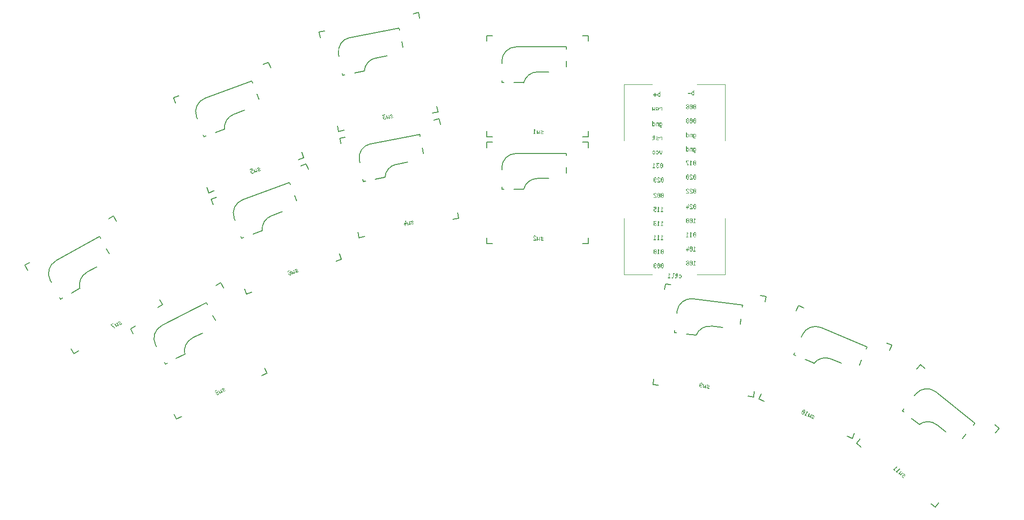
<source format=gbr>
%TF.GenerationSoftware,KiCad,Pcbnew,9.0.3*%
%TF.CreationDate,2025-08-09T00:32:57-04:00*%
%TF.ProjectId,darling,6461726c-696e-4672-9e6b-696361645f70,rev?*%
%TF.SameCoordinates,Original*%
%TF.FileFunction,Legend,Bot*%
%TF.FilePolarity,Positive*%
%FSLAX46Y46*%
G04 Gerber Fmt 4.6, Leading zero omitted, Abs format (unit mm)*
G04 Created by KiCad (PCBNEW 9.0.3) date 2025-08-09 00:32:57*
%MOMM*%
%LPD*%
G01*
G04 APERTURE LIST*
%ADD10C,0.100000*%
%ADD11C,0.150000*%
G04 APERTURE END LIST*
D10*
G36*
X96520186Y-49208598D02*
G01*
X96495882Y-49083565D01*
X96119946Y-49156640D01*
X96144250Y-49281672D01*
X96520186Y-49208598D01*
G37*
G36*
X96447112Y-48832661D02*
G01*
X96422808Y-48707629D01*
X96297895Y-48731909D01*
X96322199Y-48856942D01*
X96447112Y-48832661D01*
G37*
G36*
X96344825Y-48982300D02*
G01*
X96320521Y-48857268D01*
X96071175Y-48905736D01*
X96095479Y-49030768D01*
X96344825Y-48982300D01*
G37*
G36*
X96296357Y-48732955D02*
G01*
X96272053Y-48607922D01*
X95899953Y-48680251D01*
X95924256Y-48805284D01*
X96296357Y-48732955D01*
G37*
G36*
X96095782Y-49032327D02*
G01*
X95973027Y-49056188D01*
X95997191Y-49180501D01*
X96119946Y-49156640D01*
X96095782Y-49032327D01*
G37*
G36*
X95895863Y-49329954D02*
G01*
X95774321Y-48704672D01*
X95649408Y-48728952D01*
X95722483Y-49104889D01*
X95473617Y-49153263D01*
X95400542Y-48777327D01*
X95275629Y-48801607D01*
X95397172Y-49426890D01*
X95522085Y-49402609D01*
X95497921Y-49278296D01*
X95746787Y-49229921D01*
X95770951Y-49354234D01*
X95895863Y-49329954D01*
G37*
G36*
X95247236Y-49326277D02*
G01*
X95223072Y-49201964D01*
X95098160Y-49226245D01*
X95122324Y-49350558D01*
X95247236Y-49326277D01*
G37*
G36*
X95125834Y-48701715D02*
G01*
X95101530Y-48576682D01*
X94602838Y-48673618D01*
X94651306Y-48922964D01*
X94775739Y-48898776D01*
X94751575Y-48774463D01*
X95125834Y-48701715D01*
G37*
G36*
X95122324Y-49350558D02*
G01*
X94872978Y-49399026D01*
X94897282Y-49524058D01*
X95146628Y-49475590D01*
X95122324Y-49350558D01*
G37*
G36*
X95073553Y-49099654D02*
G01*
X95049249Y-48974622D01*
X94924816Y-48998809D01*
X94949120Y-49123841D01*
X95073553Y-49099654D01*
G37*
G36*
X94924956Y-48999528D02*
G01*
X94900652Y-48874496D01*
X94775739Y-48898776D01*
X94800043Y-49023809D01*
X94924956Y-48999528D01*
G37*
G36*
X94872978Y-49399026D02*
G01*
X94799903Y-49023089D01*
X94675470Y-49047277D01*
X94748545Y-49423213D01*
X94872978Y-49399026D01*
G37*
G36*
X72982457Y-58568052D02*
G01*
X72938141Y-58448637D01*
X72579095Y-58581880D01*
X72623410Y-58701295D01*
X72982457Y-58568052D01*
G37*
G36*
X72849214Y-58209005D02*
G01*
X72804898Y-58089590D01*
X72685598Y-58133863D01*
X72729913Y-58253278D01*
X72849214Y-58209005D01*
G37*
G36*
X72772625Y-58373288D02*
G01*
X72728310Y-58253873D01*
X72490167Y-58342248D01*
X72534482Y-58461663D01*
X72772625Y-58373288D01*
G37*
G36*
X72684250Y-58135145D02*
G01*
X72639935Y-58015730D01*
X72284552Y-58147613D01*
X72328867Y-58267028D01*
X72684250Y-58135145D01*
G37*
G36*
X72535034Y-58463152D02*
G01*
X72417795Y-58506660D01*
X72461855Y-58625388D01*
X72579095Y-58581880D01*
X72535034Y-58463152D01*
G37*
G36*
X72386183Y-58789330D02*
G01*
X72164564Y-58192141D01*
X72045264Y-58236413D01*
X72178507Y-58595460D01*
X71940822Y-58683665D01*
X71807579Y-58324619D01*
X71688278Y-58368891D01*
X71909896Y-58966081D01*
X72029197Y-58921809D01*
X71985137Y-58803080D01*
X72222822Y-58714875D01*
X72266882Y-58833603D01*
X72386183Y-58789330D01*
G37*
G36*
X71745594Y-58891194D02*
G01*
X71701533Y-58772466D01*
X71582233Y-58816738D01*
X71626293Y-58935467D01*
X71745594Y-58891194D01*
G37*
G36*
X71612606Y-58532834D02*
G01*
X71479915Y-58175276D01*
X71003629Y-58352027D01*
X71047944Y-58471442D01*
X71404930Y-58338964D01*
X71448990Y-58457692D01*
X71209244Y-58546662D01*
X71253559Y-58666077D01*
X71612606Y-58532834D01*
G37*
G36*
X71624690Y-58936061D02*
G01*
X71386547Y-59024437D01*
X71430862Y-59143852D01*
X71669005Y-59055476D01*
X71624690Y-58936061D01*
G37*
G36*
X71386547Y-59024437D02*
G01*
X71253304Y-58665390D01*
X71136064Y-58708898D01*
X71269307Y-59067945D01*
X71386547Y-59024437D01*
G37*
G36*
X123152049Y-71013162D02*
G01*
X123152049Y-70885789D01*
X122769076Y-70885789D01*
X122769076Y-71013162D01*
X123152049Y-71013162D01*
G37*
G36*
X123152049Y-70630189D02*
G01*
X123152049Y-70502816D01*
X123024798Y-70502816D01*
X123024798Y-70630189D01*
X123152049Y-70630189D01*
G37*
G36*
X123023088Y-70757561D02*
G01*
X123023088Y-70630189D01*
X122769076Y-70630189D01*
X122769076Y-70757561D01*
X123023088Y-70757561D01*
G37*
G36*
X123023088Y-70503549D02*
G01*
X123023088Y-70376176D01*
X122644023Y-70376176D01*
X122644023Y-70503549D01*
X123023088Y-70503549D01*
G37*
G36*
X122769076Y-70759149D02*
G01*
X122644023Y-70759149D01*
X122644023Y-70885789D01*
X122769076Y-70885789D01*
X122769076Y-70759149D01*
G37*
G36*
X122516040Y-71013162D02*
G01*
X122516040Y-70376176D01*
X122388790Y-70376176D01*
X122388790Y-70759149D01*
X122135266Y-70759149D01*
X122135266Y-70376176D01*
X122008015Y-70376176D01*
X122008015Y-71013162D01*
X122135266Y-71013162D01*
X122135266Y-70886522D01*
X122388790Y-70886522D01*
X122388790Y-71013162D01*
X122516040Y-71013162D01*
G37*
G36*
X121880032Y-70757561D02*
G01*
X121752781Y-70757561D01*
X121752781Y-70885789D01*
X121372007Y-70885789D01*
X121372007Y-71013162D01*
X121880032Y-71013162D01*
X121880032Y-70757561D01*
G37*
G36*
X121880032Y-70378496D02*
G01*
X121880032Y-70251124D01*
X121752781Y-70251124D01*
X121752781Y-70378496D01*
X121880032Y-70378496D01*
G37*
G36*
X121752781Y-70757561D02*
G01*
X121752781Y-70630189D01*
X121626019Y-70630189D01*
X121626019Y-70757561D01*
X121752781Y-70757561D01*
G37*
G36*
X121752781Y-70249536D02*
G01*
X121752781Y-70122164D01*
X121498769Y-70122164D01*
X121498769Y-70249536D01*
X121752781Y-70249536D01*
G37*
G36*
X121626019Y-70630189D02*
G01*
X121626019Y-70502816D01*
X121498769Y-70502816D01*
X121498769Y-70630189D01*
X121626019Y-70630189D01*
G37*
G36*
X121498769Y-70502816D02*
G01*
X121498769Y-70251124D01*
X121372007Y-70251124D01*
X121372007Y-70502816D01*
X121498769Y-70502816D01*
G37*
G36*
X152641448Y-97306036D02*
G01*
X152656970Y-97179613D01*
X152276852Y-97132940D01*
X152261329Y-97259363D01*
X152641448Y-97306036D01*
G37*
G36*
X152688120Y-96925918D02*
G01*
X152703643Y-96799495D01*
X152577341Y-96783987D01*
X152561818Y-96910410D01*
X152688120Y-96925918D01*
G37*
G36*
X152544599Y-97036625D02*
G01*
X152560121Y-96910202D01*
X152308002Y-96879245D01*
X152292479Y-97005668D01*
X152544599Y-97036625D01*
G37*
G36*
X152575555Y-96784506D02*
G01*
X152591078Y-96658082D01*
X152214838Y-96611886D01*
X152199315Y-96738309D01*
X152575555Y-96784506D01*
G37*
G36*
X152292286Y-97007244D02*
G01*
X152168166Y-96992004D01*
X152152732Y-97117700D01*
X152276852Y-97132940D01*
X152292286Y-97007244D01*
G37*
G36*
X152010180Y-97228526D02*
G01*
X152087809Y-96596289D01*
X151961507Y-96580781D01*
X151914834Y-96960899D01*
X151663200Y-96930002D01*
X151709873Y-96549884D01*
X151583571Y-96534376D01*
X151505942Y-97166613D01*
X151632244Y-97182121D01*
X151647677Y-97056425D01*
X151899312Y-97087322D01*
X151883878Y-97213018D01*
X152010180Y-97228526D01*
G37*
G36*
X151394435Y-97024593D02*
G01*
X151409869Y-96898897D01*
X151283567Y-96883389D01*
X151268133Y-97009085D01*
X151394435Y-97024593D01*
G37*
G36*
X151441108Y-96644475D02*
G01*
X151471781Y-96394659D01*
X151345479Y-96379151D01*
X151314806Y-96628967D01*
X151441108Y-96644475D01*
G37*
G36*
X151266436Y-97008877D02*
G01*
X151014317Y-96977920D01*
X150998794Y-97104343D01*
X151250913Y-97135300D01*
X151266436Y-97008877D01*
G37*
G36*
X151313109Y-96628758D02*
G01*
X151060990Y-96597802D01*
X151091663Y-96347986D01*
X150967543Y-96332746D01*
X150890197Y-96962680D01*
X151014317Y-96977920D01*
X151045467Y-96724225D01*
X151297586Y-96755182D01*
X151313109Y-96628758D01*
G37*
G36*
X151343976Y-96377367D02*
G01*
X151359499Y-96250943D01*
X151107380Y-96219987D01*
X151091857Y-96346410D01*
X151343976Y-96377367D01*
G37*
G36*
X187125415Y-113158905D02*
G01*
X187205573Y-113059918D01*
X186907947Y-112818905D01*
X186827789Y-112917892D01*
X187125415Y-113158905D01*
G37*
G36*
X187366427Y-112861279D02*
G01*
X187446585Y-112762292D01*
X187347693Y-112682210D01*
X187267535Y-112781198D01*
X187366427Y-112861279D01*
G37*
G36*
X187186048Y-112879109D02*
G01*
X187266206Y-112780122D01*
X187068801Y-112620266D01*
X186988643Y-112719253D01*
X187186048Y-112879109D01*
G37*
G36*
X187345903Y-112681704D02*
G01*
X187426062Y-112582717D01*
X187131473Y-112344164D01*
X187051315Y-112443151D01*
X187345903Y-112681704D01*
G37*
G36*
X186987644Y-112720487D02*
G01*
X186890460Y-112641789D01*
X186810763Y-112740207D01*
X186907947Y-112818905D01*
X186987644Y-112720487D01*
G37*
G36*
X186631143Y-112758652D02*
G01*
X187032011Y-112263621D01*
X186933119Y-112183540D01*
X186692106Y-112481165D01*
X186495081Y-112321618D01*
X186736094Y-112023992D01*
X186637201Y-111943910D01*
X186236334Y-112438941D01*
X186335226Y-112519022D01*
X186414923Y-112420605D01*
X186611948Y-112580153D01*
X186532251Y-112678570D01*
X186631143Y-112758652D01*
G37*
G36*
X185819183Y-111937242D02*
G01*
X185739025Y-112036229D01*
X186036651Y-112277241D01*
X186116809Y-112178254D01*
X186018297Y-112098480D01*
X186339006Y-111702437D01*
X186437519Y-111782211D01*
X186517677Y-111683224D01*
X186419165Y-111603450D01*
X186498862Y-111505032D01*
X186399969Y-111424951D01*
X185919404Y-112018399D01*
X185819183Y-111937242D01*
G37*
G36*
X185324912Y-111536989D02*
G01*
X185244754Y-111635976D01*
X185542380Y-111876988D01*
X185622538Y-111778001D01*
X185524025Y-111698227D01*
X185844735Y-111302184D01*
X185943248Y-111381958D01*
X186023406Y-111282971D01*
X185924893Y-111203197D01*
X186004590Y-111104779D01*
X185905698Y-111024698D01*
X185425133Y-111618146D01*
X185324912Y-111536989D01*
G37*
G36*
X48322888Y-85816232D02*
G01*
X48261137Y-85704830D01*
X47926181Y-85890499D01*
X47987933Y-86001901D01*
X48322888Y-85816232D01*
G37*
G36*
X48137219Y-85481277D02*
G01*
X48075468Y-85369874D01*
X47964172Y-85431567D01*
X48025923Y-85542969D01*
X48137219Y-85481277D01*
G37*
G36*
X48086180Y-85655201D02*
G01*
X48024428Y-85543798D01*
X47802264Y-85666946D01*
X47864015Y-85778348D01*
X48086180Y-85655201D01*
G37*
G36*
X47963032Y-85433036D02*
G01*
X47901280Y-85321634D01*
X47569743Y-85505408D01*
X47631494Y-85616811D01*
X47963032Y-85433036D01*
G37*
G36*
X47864785Y-85779737D02*
G01*
X47755412Y-85840364D01*
X47816808Y-85951125D01*
X47926181Y-85890499D01*
X47864785Y-85779737D01*
G37*
G36*
X47766623Y-86124575D02*
G01*
X47457806Y-85567456D01*
X47346510Y-85629148D01*
X47532179Y-85964103D01*
X47310442Y-86087014D01*
X47124773Y-85752059D01*
X47013477Y-85813751D01*
X47322294Y-86370871D01*
X47433590Y-86309179D01*
X47372194Y-86198417D01*
X47593931Y-86075506D01*
X47655327Y-86186268D01*
X47766623Y-86124575D01*
G37*
G36*
X46517810Y-86235951D02*
G01*
X46629106Y-86174259D01*
X46505189Y-85950706D01*
X46838435Y-85765984D01*
X46776684Y-85654581D01*
X46332142Y-85900995D01*
X46517810Y-86235951D01*
G37*
G36*
X46974418Y-86273275D02*
G01*
X46863123Y-86334967D01*
X46986270Y-86557132D01*
X47097566Y-86495440D01*
X46974418Y-86273275D01*
G37*
G36*
X46863123Y-86334967D02*
G01*
X46739975Y-86112803D01*
X46629106Y-86174259D01*
X46752254Y-86396423D01*
X46863123Y-86334967D01*
G37*
G36*
X171156132Y-102720188D02*
G01*
X171205900Y-102602941D01*
X170853372Y-102453302D01*
X170803604Y-102570549D01*
X171156132Y-102720188D01*
G37*
G36*
X171305771Y-102367660D02*
G01*
X171355540Y-102250413D01*
X171238405Y-102200692D01*
X171188637Y-102317939D01*
X171305771Y-102367660D01*
G37*
G36*
X171137294Y-102434518D02*
G01*
X171187063Y-102317271D01*
X170953243Y-102218021D01*
X170903475Y-102335268D01*
X171137294Y-102434518D01*
G37*
G36*
X171236545Y-102200699D02*
G01*
X171286313Y-102083451D01*
X170937382Y-101935339D01*
X170887614Y-102052586D01*
X171236545Y-102200699D01*
G37*
G36*
X170902854Y-102336729D02*
G01*
X170787743Y-102287867D01*
X170738261Y-102404440D01*
X170853372Y-102453302D01*
X170902854Y-102336729D01*
G37*
G36*
X170570683Y-102471680D02*
G01*
X170819573Y-101885332D01*
X170702438Y-101835611D01*
X170552799Y-102188139D01*
X170319429Y-102089080D01*
X170469068Y-101736551D01*
X170351934Y-101686831D01*
X170103044Y-102273179D01*
X170220178Y-102322900D01*
X170269660Y-102206327D01*
X170503031Y-102305387D01*
X170453548Y-102421959D01*
X170570683Y-102471680D01*
G37*
G36*
X169563766Y-101905896D02*
G01*
X169513998Y-102023144D01*
X169866526Y-102172783D01*
X169916294Y-102055536D01*
X169799609Y-102006006D01*
X169998731Y-101536905D01*
X170115416Y-101586435D01*
X170165184Y-101469188D01*
X170048499Y-101419658D01*
X170097981Y-101303085D01*
X169980847Y-101253364D01*
X169682475Y-101956285D01*
X169563766Y-101905896D01*
G37*
G36*
X169450174Y-101855955D02*
G01*
X169699064Y-101269607D01*
X169581930Y-101219886D01*
X169482059Y-101455167D01*
X169363575Y-101404874D01*
X169313807Y-101522121D01*
X169432290Y-101572414D01*
X169333040Y-101806234D01*
X169450174Y-101855955D01*
G37*
G36*
X169330846Y-101807028D02*
G01*
X169097026Y-101707777D01*
X169047257Y-101825024D01*
X169281077Y-101924275D01*
X169330846Y-101807028D01*
G37*
G36*
X169579449Y-101221354D02*
G01*
X169629218Y-101104107D01*
X169395398Y-101004856D01*
X169345629Y-101122103D01*
X169579449Y-101221354D01*
G37*
G36*
X169363289Y-101405548D02*
G01*
X169413057Y-101288301D01*
X169296147Y-101238676D01*
X169346536Y-101119967D01*
X169231425Y-101071106D01*
X168982535Y-101657454D01*
X169097646Y-101706316D01*
X169246379Y-101355923D01*
X169363289Y-101405548D01*
G37*
G36*
X66733982Y-97712644D02*
G01*
X66676157Y-97599154D01*
X66334925Y-97773020D01*
X66392751Y-97886510D01*
X66733982Y-97712644D01*
G37*
G36*
X66560116Y-97371413D02*
G01*
X66502290Y-97257923D01*
X66388909Y-97315693D01*
X66446735Y-97429183D01*
X66560116Y-97371413D01*
G37*
G36*
X66503038Y-97543449D02*
G01*
X66445212Y-97429959D01*
X66218885Y-97545279D01*
X66276711Y-97658768D01*
X66503038Y-97543449D01*
G37*
G36*
X66387719Y-97317122D02*
G01*
X66329893Y-97203632D01*
X65992143Y-97375724D01*
X66049969Y-97489214D01*
X66387719Y-97317122D01*
G37*
G36*
X66277432Y-97660183D02*
G01*
X66166009Y-97716956D01*
X66223503Y-97829793D01*
X66334925Y-97773020D01*
X66277432Y-97660183D01*
G37*
G36*
X66167295Y-98001386D02*
G01*
X65878110Y-97433827D01*
X65764729Y-97491598D01*
X65938595Y-97832829D01*
X65712703Y-97947927D01*
X65538837Y-97606696D01*
X65425456Y-97664466D01*
X65714641Y-98232024D01*
X65828022Y-98174254D01*
X65770529Y-98061417D01*
X65996420Y-97946319D01*
X66053914Y-98059156D01*
X66167295Y-98001386D01*
G37*
G36*
X65542061Y-98175223D02*
G01*
X65426741Y-97948896D01*
X65313360Y-98006667D01*
X65428679Y-98232993D01*
X65542061Y-98175223D01*
G37*
G36*
X65368915Y-97835406D02*
G01*
X65254649Y-97611147D01*
X65141268Y-97668917D01*
X65255534Y-97893177D01*
X65368915Y-97835406D01*
G37*
G36*
X65427877Y-98235184D02*
G01*
X65201550Y-98350503D01*
X65259376Y-98463993D01*
X65485703Y-98348674D01*
X65427877Y-98235184D01*
G37*
G36*
X65254011Y-97893953D02*
G01*
X65027684Y-98009272D01*
X65085510Y-98122762D01*
X65311837Y-98007443D01*
X65254011Y-97893953D01*
G37*
G36*
X65139024Y-97668279D02*
G01*
X65081198Y-97554789D01*
X64854871Y-97670108D01*
X64912697Y-97783598D01*
X65139024Y-97668279D01*
G37*
G36*
X65200829Y-98349089D02*
G01*
X65085510Y-98122762D01*
X64974088Y-98179535D01*
X65089407Y-98405862D01*
X65200829Y-98349089D01*
G37*
G36*
X65027684Y-98009272D02*
G01*
X64913418Y-97785013D01*
X64801996Y-97841785D01*
X64916262Y-98066045D01*
X65027684Y-98009272D01*
G37*
G36*
X150281012Y-70296039D02*
G01*
X150281012Y-69659054D01*
X150153761Y-69659054D01*
X150153761Y-69914654D01*
X150025045Y-69914654D01*
X150025045Y-70042027D01*
X150153761Y-70042027D01*
X150153761Y-70296039D01*
X150281012Y-70296039D01*
G37*
G36*
X150152051Y-70297627D02*
G01*
X149898039Y-70297627D01*
X149898039Y-70425000D01*
X150152051Y-70425000D01*
X150152051Y-70297627D01*
G37*
G36*
X150152051Y-69661374D02*
G01*
X150152051Y-69534002D01*
X149898039Y-69534002D01*
X149898039Y-69661374D01*
X150152051Y-69661374D01*
G37*
G36*
X150025045Y-69915387D02*
G01*
X150025045Y-69788014D01*
X149898039Y-69788014D01*
X149898039Y-69659054D01*
X149772986Y-69659054D01*
X149772986Y-70296039D01*
X149898039Y-70296039D01*
X149898039Y-69915387D01*
X150025045Y-69915387D01*
G37*
G36*
X149133070Y-70297627D02*
G01*
X149133070Y-70425000D01*
X149516043Y-70425000D01*
X149516043Y-70297627D01*
X149389281Y-70297627D01*
X149389281Y-69788014D01*
X149516043Y-69788014D01*
X149516043Y-69660642D01*
X149389281Y-69660642D01*
X149389281Y-69534002D01*
X149262030Y-69534002D01*
X149262030Y-70297627D01*
X149133070Y-70297627D01*
G37*
G36*
X148497062Y-70297627D02*
G01*
X148497062Y-70425000D01*
X148880035Y-70425000D01*
X148880035Y-70297627D01*
X148753272Y-70297627D01*
X148753272Y-69788014D01*
X148880035Y-69788014D01*
X148880035Y-69660642D01*
X148753272Y-69660642D01*
X148753272Y-69534002D01*
X148626022Y-69534002D01*
X148626022Y-70297627D01*
X148497062Y-70297627D01*
G37*
G36*
X144281012Y-50546039D02*
G01*
X144281012Y-50163066D01*
X144153761Y-50163066D01*
X144153761Y-50546039D01*
X144281012Y-50546039D01*
G37*
G36*
X144152051Y-50547627D02*
G01*
X143898039Y-50547627D01*
X143898039Y-50165387D01*
X144152051Y-50165387D01*
X144152051Y-50038014D01*
X143772986Y-50038014D01*
X143772986Y-50801639D01*
X143898039Y-50801639D01*
X143898039Y-50675000D01*
X144152051Y-50675000D01*
X144152051Y-50547627D01*
G37*
G36*
X144152051Y-50929012D02*
G01*
X144152051Y-50801639D01*
X143898039Y-50801639D01*
X143898039Y-50929012D01*
X144152051Y-50929012D01*
G37*
G36*
X143645003Y-50675000D02*
G01*
X143645003Y-50038014D01*
X143263190Y-50038014D01*
X143263190Y-50165387D01*
X143517753Y-50165387D01*
X143517753Y-50675000D01*
X143645003Y-50675000D01*
G37*
G36*
X143136978Y-50675000D02*
G01*
X143263190Y-50675000D01*
X143263190Y-50166974D01*
X143136978Y-50166974D01*
X143136978Y-50675000D01*
G37*
G36*
X143008995Y-50547627D02*
G01*
X143008995Y-50166974D01*
X142881744Y-50166974D01*
X142881744Y-50547627D01*
X143008995Y-50547627D01*
G37*
G36*
X142500970Y-50675000D02*
G01*
X142881744Y-50675000D01*
X142881744Y-50547627D01*
X142628220Y-50547627D01*
X142628220Y-50165387D01*
X142881744Y-50165387D01*
X142881744Y-50038014D01*
X142628220Y-50038014D01*
X142628220Y-49784002D01*
X142500970Y-49784002D01*
X142500970Y-50675000D01*
G37*
G36*
X144531012Y-60546039D02*
G01*
X144531012Y-59909054D01*
X144403761Y-59909054D01*
X144403761Y-60164654D01*
X144275045Y-60164654D01*
X144275045Y-60292027D01*
X144403761Y-60292027D01*
X144403761Y-60546039D01*
X144531012Y-60546039D01*
G37*
G36*
X144402051Y-60547627D02*
G01*
X144148039Y-60547627D01*
X144148039Y-60675000D01*
X144402051Y-60675000D01*
X144402051Y-60547627D01*
G37*
G36*
X144402051Y-59911374D02*
G01*
X144402051Y-59784002D01*
X144148039Y-59784002D01*
X144148039Y-59911374D01*
X144402051Y-59911374D01*
G37*
G36*
X144275045Y-60165387D02*
G01*
X144275045Y-60038014D01*
X144148039Y-60038014D01*
X144148039Y-59909054D01*
X144022986Y-59909054D01*
X144022986Y-60546039D01*
X144148039Y-60546039D01*
X144148039Y-60165387D01*
X144275045Y-60165387D01*
G37*
G36*
X143895003Y-60419399D02*
G01*
X143767753Y-60419399D01*
X143767753Y-60547627D01*
X143386978Y-60547627D01*
X143386978Y-60675000D01*
X143895003Y-60675000D01*
X143895003Y-60419399D01*
G37*
G36*
X143895003Y-60040334D02*
G01*
X143895003Y-59912962D01*
X143767753Y-59912962D01*
X143767753Y-60040334D01*
X143895003Y-60040334D01*
G37*
G36*
X143767753Y-60419399D02*
G01*
X143767753Y-60292027D01*
X143640991Y-60292027D01*
X143640991Y-60419399D01*
X143767753Y-60419399D01*
G37*
G36*
X143767753Y-59911374D02*
G01*
X143767753Y-59784002D01*
X143513740Y-59784002D01*
X143513740Y-59911374D01*
X143767753Y-59911374D01*
G37*
G36*
X143640991Y-60292027D02*
G01*
X143640991Y-60164654D01*
X143513740Y-60164654D01*
X143513740Y-60292027D01*
X143640991Y-60292027D01*
G37*
G36*
X143513740Y-60164654D02*
G01*
X143513740Y-59912962D01*
X143386978Y-59912962D01*
X143386978Y-60164654D01*
X143513740Y-60164654D01*
G37*
G36*
X143258995Y-60547627D02*
G01*
X143258995Y-60420987D01*
X143131744Y-60420987D01*
X143131744Y-60547627D01*
X143258995Y-60547627D01*
G37*
G36*
X143258995Y-60164654D02*
G01*
X143258995Y-59912962D01*
X143131744Y-59912962D01*
X143131744Y-60164654D01*
X143258995Y-60164654D01*
G37*
G36*
X143130035Y-60547627D02*
G01*
X142876022Y-60547627D01*
X142876022Y-60675000D01*
X143130035Y-60675000D01*
X143130035Y-60547627D01*
G37*
G36*
X143130035Y-60164654D02*
G01*
X142876022Y-60164654D01*
X142876022Y-59912962D01*
X142750970Y-59912962D01*
X142750970Y-60547627D01*
X142876022Y-60547627D01*
X142876022Y-60292027D01*
X143130035Y-60292027D01*
X143130035Y-60164654D01*
G37*
G36*
X143130035Y-59911374D02*
G01*
X143130035Y-59784002D01*
X142876022Y-59784002D01*
X142876022Y-59911374D01*
X143130035Y-59911374D01*
G37*
G36*
X144019078Y-65797627D02*
G01*
X144019078Y-65925000D01*
X144402051Y-65925000D01*
X144402051Y-65797627D01*
X144275289Y-65797627D01*
X144275289Y-65288014D01*
X144402051Y-65288014D01*
X144402051Y-65160642D01*
X144275289Y-65160642D01*
X144275289Y-65034002D01*
X144148039Y-65034002D01*
X144148039Y-65797627D01*
X144019078Y-65797627D01*
G37*
G36*
X143383070Y-65797627D02*
G01*
X143383070Y-65925000D01*
X143766043Y-65925000D01*
X143766043Y-65797627D01*
X143639281Y-65797627D01*
X143639281Y-65288014D01*
X143766043Y-65288014D01*
X143766043Y-65160642D01*
X143639281Y-65160642D01*
X143639281Y-65034002D01*
X143512030Y-65034002D01*
X143512030Y-65797627D01*
X143383070Y-65797627D01*
G37*
G36*
X143258995Y-65797627D02*
G01*
X143258995Y-65670987D01*
X143131744Y-65670987D01*
X143131744Y-65797627D01*
X143258995Y-65797627D01*
G37*
G36*
X143258995Y-65415387D02*
G01*
X143258995Y-65034002D01*
X142750970Y-65034002D01*
X142750970Y-65161374D01*
X143131744Y-65161374D01*
X143131744Y-65288014D01*
X142876022Y-65288014D01*
X142876022Y-65415387D01*
X143258995Y-65415387D01*
G37*
G36*
X143130035Y-65797627D02*
G01*
X142876022Y-65797627D01*
X142876022Y-65925000D01*
X143130035Y-65925000D01*
X143130035Y-65797627D01*
G37*
G36*
X142876022Y-65797627D02*
G01*
X142876022Y-65414654D01*
X142750970Y-65414654D01*
X142750970Y-65797627D01*
X142876022Y-65797627D01*
G37*
G36*
X150281012Y-65296039D02*
G01*
X150281012Y-64659054D01*
X150153761Y-64659054D01*
X150153761Y-64914654D01*
X150025045Y-64914654D01*
X150025045Y-65042027D01*
X150153761Y-65042027D01*
X150153761Y-65296039D01*
X150281012Y-65296039D01*
G37*
G36*
X150152051Y-65297627D02*
G01*
X149898039Y-65297627D01*
X149898039Y-65425000D01*
X150152051Y-65425000D01*
X150152051Y-65297627D01*
G37*
G36*
X150152051Y-64661374D02*
G01*
X150152051Y-64534002D01*
X149898039Y-64534002D01*
X149898039Y-64661374D01*
X150152051Y-64661374D01*
G37*
G36*
X150025045Y-64915387D02*
G01*
X150025045Y-64788014D01*
X149898039Y-64788014D01*
X149898039Y-64659054D01*
X149772986Y-64659054D01*
X149772986Y-65296039D01*
X149898039Y-65296039D01*
X149898039Y-64915387D01*
X150025045Y-64915387D01*
G37*
G36*
X149645003Y-65169399D02*
G01*
X149517753Y-65169399D01*
X149517753Y-65297627D01*
X149136978Y-65297627D01*
X149136978Y-65425000D01*
X149645003Y-65425000D01*
X149645003Y-65169399D01*
G37*
G36*
X149645003Y-64790334D02*
G01*
X149645003Y-64662962D01*
X149517753Y-64662962D01*
X149517753Y-64790334D01*
X149645003Y-64790334D01*
G37*
G36*
X149517753Y-65169399D02*
G01*
X149517753Y-65042027D01*
X149390991Y-65042027D01*
X149390991Y-65169399D01*
X149517753Y-65169399D01*
G37*
G36*
X149517753Y-64661374D02*
G01*
X149517753Y-64534002D01*
X149263740Y-64534002D01*
X149263740Y-64661374D01*
X149517753Y-64661374D01*
G37*
G36*
X149390991Y-65042027D02*
G01*
X149390991Y-64914654D01*
X149263740Y-64914654D01*
X149263740Y-65042027D01*
X149390991Y-65042027D01*
G37*
G36*
X149263740Y-64914654D02*
G01*
X149263740Y-64662962D01*
X149136978Y-64662962D01*
X149136978Y-64914654D01*
X149263740Y-64914654D01*
G37*
G36*
X149008995Y-65169399D02*
G01*
X149008995Y-64534002D01*
X148881744Y-64534002D01*
X148881744Y-65042027D01*
X148754982Y-65042027D01*
X148754982Y-64788014D01*
X148627732Y-64788014D01*
X148627732Y-65042027D01*
X148499016Y-65042027D01*
X148499016Y-65169399D01*
X148627732Y-65169399D01*
X148627732Y-65425000D01*
X148754982Y-65425000D01*
X148754982Y-65169399D01*
X149008995Y-65169399D01*
G37*
G36*
X144531012Y-75796039D02*
G01*
X144531012Y-75159054D01*
X144403761Y-75159054D01*
X144403761Y-75414654D01*
X144275045Y-75414654D01*
X144275045Y-75542027D01*
X144403761Y-75542027D01*
X144403761Y-75796039D01*
X144531012Y-75796039D01*
G37*
G36*
X144402051Y-75797627D02*
G01*
X144148039Y-75797627D01*
X144148039Y-75925000D01*
X144402051Y-75925000D01*
X144402051Y-75797627D01*
G37*
G36*
X144402051Y-75161374D02*
G01*
X144402051Y-75034002D01*
X144148039Y-75034002D01*
X144148039Y-75161374D01*
X144402051Y-75161374D01*
G37*
G36*
X144275045Y-75415387D02*
G01*
X144275045Y-75288014D01*
X144148039Y-75288014D01*
X144148039Y-75159054D01*
X144022986Y-75159054D01*
X144022986Y-75796039D01*
X144148039Y-75796039D01*
X144148039Y-75415387D01*
X144275045Y-75415387D01*
G37*
G36*
X143895003Y-75796039D02*
G01*
X143895003Y-75159054D01*
X143767753Y-75159054D01*
X143767753Y-75414654D01*
X143639037Y-75414654D01*
X143639037Y-75542027D01*
X143767753Y-75542027D01*
X143767753Y-75796039D01*
X143895003Y-75796039D01*
G37*
G36*
X143766043Y-75797627D02*
G01*
X143512030Y-75797627D01*
X143512030Y-75925000D01*
X143766043Y-75925000D01*
X143766043Y-75797627D01*
G37*
G36*
X143766043Y-75161374D02*
G01*
X143766043Y-75034002D01*
X143512030Y-75034002D01*
X143512030Y-75161374D01*
X143766043Y-75161374D01*
G37*
G36*
X143639037Y-75415387D02*
G01*
X143639037Y-75288014D01*
X143512030Y-75288014D01*
X143512030Y-75159054D01*
X143386978Y-75159054D01*
X143386978Y-75796039D01*
X143512030Y-75796039D01*
X143512030Y-75415387D01*
X143639037Y-75415387D01*
G37*
G36*
X143258995Y-75797627D02*
G01*
X143258995Y-75670987D01*
X143131744Y-75670987D01*
X143131744Y-75797627D01*
X143258995Y-75797627D01*
G37*
G36*
X143258995Y-75414654D02*
G01*
X143258995Y-75162962D01*
X143131744Y-75162962D01*
X143131744Y-75414654D01*
X143258995Y-75414654D01*
G37*
G36*
X143130035Y-75797627D02*
G01*
X142876022Y-75797627D01*
X142876022Y-75925000D01*
X143130035Y-75925000D01*
X143130035Y-75797627D01*
G37*
G36*
X143130035Y-75414654D02*
G01*
X142876022Y-75414654D01*
X142876022Y-75162962D01*
X142750970Y-75162962D01*
X142750970Y-75797627D01*
X142876022Y-75797627D01*
X142876022Y-75542027D01*
X143130035Y-75542027D01*
X143130035Y-75414654D01*
G37*
G36*
X143130035Y-75161374D02*
G01*
X143130035Y-75034002D01*
X142876022Y-75034002D01*
X142876022Y-75161374D01*
X143130035Y-75161374D01*
G37*
G36*
X150281012Y-47546039D02*
G01*
X150281012Y-46909054D01*
X150153761Y-46909054D01*
X150153761Y-47164654D01*
X150025045Y-47164654D01*
X150025045Y-47292027D01*
X150153761Y-47292027D01*
X150153761Y-47546039D01*
X150281012Y-47546039D01*
G37*
G36*
X150152051Y-47547627D02*
G01*
X149898039Y-47547627D01*
X149898039Y-47675000D01*
X150152051Y-47675000D01*
X150152051Y-47547627D01*
G37*
G36*
X150152051Y-46911374D02*
G01*
X150152051Y-46784002D01*
X149898039Y-46784002D01*
X149898039Y-46911374D01*
X150152051Y-46911374D01*
G37*
G36*
X150025045Y-47165387D02*
G01*
X150025045Y-47038014D01*
X149898039Y-47038014D01*
X149898039Y-46909054D01*
X149772986Y-46909054D01*
X149772986Y-47546039D01*
X149898039Y-47546039D01*
X149898039Y-47165387D01*
X150025045Y-47165387D01*
G37*
G36*
X149645003Y-47546039D02*
G01*
X149645003Y-46909054D01*
X149517753Y-46909054D01*
X149517753Y-47164654D01*
X149389037Y-47164654D01*
X149389037Y-47292027D01*
X149517753Y-47292027D01*
X149517753Y-47546039D01*
X149645003Y-47546039D01*
G37*
G36*
X149516043Y-47547627D02*
G01*
X149262030Y-47547627D01*
X149262030Y-47675000D01*
X149516043Y-47675000D01*
X149516043Y-47547627D01*
G37*
G36*
X149516043Y-46911374D02*
G01*
X149516043Y-46784002D01*
X149262030Y-46784002D01*
X149262030Y-46911374D01*
X149516043Y-46911374D01*
G37*
G36*
X149389037Y-47165387D02*
G01*
X149389037Y-47038014D01*
X149262030Y-47038014D01*
X149262030Y-46909054D01*
X149136978Y-46909054D01*
X149136978Y-47546039D01*
X149262030Y-47546039D01*
X149262030Y-47165387D01*
X149389037Y-47165387D01*
G37*
G36*
X149008995Y-47546039D02*
G01*
X149008995Y-46910642D01*
X148881744Y-46910642D01*
X148881744Y-47164654D01*
X148626022Y-47164654D01*
X148626022Y-47292027D01*
X148881744Y-47292027D01*
X148881744Y-47546039D01*
X149008995Y-47546039D01*
G37*
G36*
X148880035Y-47547627D02*
G01*
X148626022Y-47547627D01*
X148626022Y-47675000D01*
X148880035Y-47675000D01*
X148880035Y-47547627D01*
G37*
G36*
X148880035Y-46911374D02*
G01*
X148880035Y-46784002D01*
X148626022Y-46784002D01*
X148626022Y-46911374D01*
X148880035Y-46911374D01*
G37*
G36*
X148626022Y-47546039D02*
G01*
X148626022Y-47292027D01*
X148500970Y-47292027D01*
X148500970Y-47546039D01*
X148626022Y-47546039D01*
G37*
G36*
X148626022Y-47038014D02*
G01*
X148626022Y-46910642D01*
X148500970Y-46910642D01*
X148500970Y-47038014D01*
X148626022Y-47038014D01*
G37*
G36*
X150281012Y-50046039D02*
G01*
X150281012Y-49409054D01*
X150153761Y-49409054D01*
X150153761Y-49664654D01*
X150025045Y-49664654D01*
X150025045Y-49792027D01*
X150153761Y-49792027D01*
X150153761Y-50046039D01*
X150281012Y-50046039D01*
G37*
G36*
X150152051Y-50047627D02*
G01*
X149898039Y-50047627D01*
X149898039Y-50175000D01*
X150152051Y-50175000D01*
X150152051Y-50047627D01*
G37*
G36*
X150152051Y-49411374D02*
G01*
X150152051Y-49284002D01*
X149898039Y-49284002D01*
X149898039Y-49411374D01*
X150152051Y-49411374D01*
G37*
G36*
X150025045Y-49665387D02*
G01*
X150025045Y-49538014D01*
X149898039Y-49538014D01*
X149898039Y-49409054D01*
X149772986Y-49409054D01*
X149772986Y-50046039D01*
X149898039Y-50046039D01*
X149898039Y-49665387D01*
X150025045Y-49665387D01*
G37*
G36*
X149645003Y-50046039D02*
G01*
X149645003Y-49409054D01*
X149517753Y-49409054D01*
X149517753Y-49664654D01*
X149389037Y-49664654D01*
X149389037Y-49792027D01*
X149517753Y-49792027D01*
X149517753Y-50046039D01*
X149645003Y-50046039D01*
G37*
G36*
X149516043Y-50047627D02*
G01*
X149262030Y-50047627D01*
X149262030Y-50175000D01*
X149516043Y-50175000D01*
X149516043Y-50047627D01*
G37*
G36*
X149516043Y-49411374D02*
G01*
X149516043Y-49284002D01*
X149262030Y-49284002D01*
X149262030Y-49411374D01*
X149516043Y-49411374D01*
G37*
G36*
X149389037Y-49665387D02*
G01*
X149389037Y-49538014D01*
X149262030Y-49538014D01*
X149262030Y-49409054D01*
X149136978Y-49409054D01*
X149136978Y-50046039D01*
X149262030Y-50046039D01*
X149262030Y-49665387D01*
X149389037Y-49665387D01*
G37*
G36*
X149008995Y-50046039D02*
G01*
X149008995Y-49792027D01*
X148881744Y-49792027D01*
X148881744Y-50046039D01*
X149008995Y-50046039D01*
G37*
G36*
X149008995Y-49664654D02*
G01*
X149008995Y-49412962D01*
X148881744Y-49412962D01*
X148881744Y-49664654D01*
X149008995Y-49664654D01*
G37*
G36*
X148880035Y-50047627D02*
G01*
X148626022Y-50047627D01*
X148626022Y-50175000D01*
X148880035Y-50175000D01*
X148880035Y-50047627D01*
G37*
G36*
X148880035Y-49664654D02*
G01*
X148626022Y-49664654D01*
X148626022Y-49792027D01*
X148880035Y-49792027D01*
X148880035Y-49664654D01*
G37*
G36*
X148880035Y-49411374D02*
G01*
X148880035Y-49284002D01*
X148626022Y-49284002D01*
X148626022Y-49411374D01*
X148880035Y-49411374D01*
G37*
G36*
X148626022Y-50046039D02*
G01*
X148626022Y-49792027D01*
X148500970Y-49792027D01*
X148500970Y-50046039D01*
X148626022Y-50046039D01*
G37*
G36*
X148626022Y-49664654D02*
G01*
X148626022Y-49412962D01*
X148500970Y-49412962D01*
X148500970Y-49664654D01*
X148626022Y-49664654D01*
G37*
G36*
X150281012Y-62546039D02*
G01*
X150281012Y-61909054D01*
X150153761Y-61909054D01*
X150153761Y-62164654D01*
X150025045Y-62164654D01*
X150025045Y-62292027D01*
X150153761Y-62292027D01*
X150153761Y-62546039D01*
X150281012Y-62546039D01*
G37*
G36*
X150152051Y-62547627D02*
G01*
X149898039Y-62547627D01*
X149898039Y-62675000D01*
X150152051Y-62675000D01*
X150152051Y-62547627D01*
G37*
G36*
X150152051Y-61911374D02*
G01*
X150152051Y-61784002D01*
X149898039Y-61784002D01*
X149898039Y-61911374D01*
X150152051Y-61911374D01*
G37*
G36*
X150025045Y-62165387D02*
G01*
X150025045Y-62038014D01*
X149898039Y-62038014D01*
X149898039Y-61909054D01*
X149772986Y-61909054D01*
X149772986Y-62546039D01*
X149898039Y-62546039D01*
X149898039Y-62165387D01*
X150025045Y-62165387D01*
G37*
G36*
X149645003Y-62419399D02*
G01*
X149517753Y-62419399D01*
X149517753Y-62547627D01*
X149136978Y-62547627D01*
X149136978Y-62675000D01*
X149645003Y-62675000D01*
X149645003Y-62419399D01*
G37*
G36*
X149645003Y-62040334D02*
G01*
X149645003Y-61912962D01*
X149517753Y-61912962D01*
X149517753Y-62040334D01*
X149645003Y-62040334D01*
G37*
G36*
X149517753Y-62419399D02*
G01*
X149517753Y-62292027D01*
X149390991Y-62292027D01*
X149390991Y-62419399D01*
X149517753Y-62419399D01*
G37*
G36*
X149517753Y-61911374D02*
G01*
X149517753Y-61784002D01*
X149263740Y-61784002D01*
X149263740Y-61911374D01*
X149517753Y-61911374D01*
G37*
G36*
X149390991Y-62292027D02*
G01*
X149390991Y-62164654D01*
X149263740Y-62164654D01*
X149263740Y-62292027D01*
X149390991Y-62292027D01*
G37*
G36*
X149263740Y-62164654D02*
G01*
X149263740Y-61912962D01*
X149136978Y-61912962D01*
X149136978Y-62164654D01*
X149263740Y-62164654D01*
G37*
G36*
X149008995Y-62419399D02*
G01*
X148881744Y-62419399D01*
X148881744Y-62547627D01*
X148500970Y-62547627D01*
X148500970Y-62675000D01*
X149008995Y-62675000D01*
X149008995Y-62419399D01*
G37*
G36*
X149008995Y-62040334D02*
G01*
X149008995Y-61912962D01*
X148881744Y-61912962D01*
X148881744Y-62040334D01*
X149008995Y-62040334D01*
G37*
G36*
X148881744Y-62419399D02*
G01*
X148881744Y-62292027D01*
X148754982Y-62292027D01*
X148754982Y-62419399D01*
X148881744Y-62419399D01*
G37*
G36*
X148881744Y-61911374D02*
G01*
X148881744Y-61784002D01*
X148627732Y-61784002D01*
X148627732Y-61911374D01*
X148881744Y-61911374D01*
G37*
G36*
X148754982Y-62292027D02*
G01*
X148754982Y-62164654D01*
X148627732Y-62164654D01*
X148627732Y-62292027D01*
X148754982Y-62292027D01*
G37*
G36*
X148627732Y-62164654D02*
G01*
X148627732Y-61912962D01*
X148500970Y-61912962D01*
X148500970Y-62164654D01*
X148627732Y-62164654D01*
G37*
G36*
X150281012Y-55046039D02*
G01*
X150281012Y-54663066D01*
X150153761Y-54663066D01*
X150153761Y-55046039D01*
X150281012Y-55046039D01*
G37*
G36*
X150152051Y-55047627D02*
G01*
X149898039Y-55047627D01*
X149898039Y-54665387D01*
X150152051Y-54665387D01*
X150152051Y-54538014D01*
X149772986Y-54538014D01*
X149772986Y-55301639D01*
X149898039Y-55301639D01*
X149898039Y-55175000D01*
X150152051Y-55175000D01*
X150152051Y-55047627D01*
G37*
G36*
X150152051Y-55429012D02*
G01*
X150152051Y-55301639D01*
X149898039Y-55301639D01*
X149898039Y-55429012D01*
X150152051Y-55429012D01*
G37*
G36*
X149645003Y-55175000D02*
G01*
X149645003Y-54538014D01*
X149263190Y-54538014D01*
X149263190Y-54665387D01*
X149517753Y-54665387D01*
X149517753Y-55175000D01*
X149645003Y-55175000D01*
G37*
G36*
X149136978Y-55175000D02*
G01*
X149263190Y-55175000D01*
X149263190Y-54666974D01*
X149136978Y-54666974D01*
X149136978Y-55175000D01*
G37*
G36*
X149008995Y-55047627D02*
G01*
X149008995Y-54666974D01*
X148881744Y-54666974D01*
X148881744Y-55047627D01*
X149008995Y-55047627D01*
G37*
G36*
X148500970Y-55175000D02*
G01*
X148881744Y-55175000D01*
X148881744Y-55047627D01*
X148628220Y-55047627D01*
X148628220Y-54665387D01*
X148881744Y-54665387D01*
X148881744Y-54538014D01*
X148628220Y-54538014D01*
X148628220Y-54284002D01*
X148500970Y-54284002D01*
X148500970Y-55175000D01*
G37*
G36*
X150281012Y-57546039D02*
G01*
X150281012Y-56909054D01*
X150153761Y-56909054D01*
X150153761Y-57164654D01*
X150025045Y-57164654D01*
X150025045Y-57292027D01*
X150153761Y-57292027D01*
X150153761Y-57546039D01*
X150281012Y-57546039D01*
G37*
G36*
X150152051Y-57547627D02*
G01*
X149898039Y-57547627D01*
X149898039Y-57675000D01*
X150152051Y-57675000D01*
X150152051Y-57547627D01*
G37*
G36*
X150152051Y-56911374D02*
G01*
X150152051Y-56784002D01*
X149898039Y-56784002D01*
X149898039Y-56911374D01*
X150152051Y-56911374D01*
G37*
G36*
X150025045Y-57165387D02*
G01*
X150025045Y-57038014D01*
X149898039Y-57038014D01*
X149898039Y-56909054D01*
X149772986Y-56909054D01*
X149772986Y-57546039D01*
X149898039Y-57546039D01*
X149898039Y-57165387D01*
X150025045Y-57165387D01*
G37*
G36*
X149133070Y-57547627D02*
G01*
X149133070Y-57675000D01*
X149516043Y-57675000D01*
X149516043Y-57547627D01*
X149389281Y-57547627D01*
X149389281Y-57038014D01*
X149516043Y-57038014D01*
X149516043Y-56910642D01*
X149389281Y-56910642D01*
X149389281Y-56784002D01*
X149262030Y-56784002D01*
X149262030Y-57547627D01*
X149133070Y-57547627D01*
G37*
G36*
X148498771Y-57166974D02*
G01*
X148626022Y-57166974D01*
X148626022Y-56911374D01*
X149007041Y-56911374D01*
X149007041Y-56784002D01*
X148498771Y-56784002D01*
X148498771Y-57166974D01*
G37*
G36*
X148880035Y-57420987D02*
G01*
X148752784Y-57420987D01*
X148752784Y-57675000D01*
X148880035Y-57675000D01*
X148880035Y-57420987D01*
G37*
G36*
X148752784Y-57420987D02*
G01*
X148752784Y-57166974D01*
X148626022Y-57166974D01*
X148626022Y-57420987D01*
X148752784Y-57420987D01*
G37*
G36*
X150281012Y-60046039D02*
G01*
X150281012Y-59409054D01*
X150153761Y-59409054D01*
X150153761Y-59664654D01*
X150025045Y-59664654D01*
X150025045Y-59792027D01*
X150153761Y-59792027D01*
X150153761Y-60046039D01*
X150281012Y-60046039D01*
G37*
G36*
X150152051Y-60047627D02*
G01*
X149898039Y-60047627D01*
X149898039Y-60175000D01*
X150152051Y-60175000D01*
X150152051Y-60047627D01*
G37*
G36*
X150152051Y-59411374D02*
G01*
X150152051Y-59284002D01*
X149898039Y-59284002D01*
X149898039Y-59411374D01*
X150152051Y-59411374D01*
G37*
G36*
X150025045Y-59665387D02*
G01*
X150025045Y-59538014D01*
X149898039Y-59538014D01*
X149898039Y-59409054D01*
X149772986Y-59409054D01*
X149772986Y-60046039D01*
X149898039Y-60046039D01*
X149898039Y-59665387D01*
X150025045Y-59665387D01*
G37*
G36*
X149645003Y-59919399D02*
G01*
X149517753Y-59919399D01*
X149517753Y-60047627D01*
X149136978Y-60047627D01*
X149136978Y-60175000D01*
X149645003Y-60175000D01*
X149645003Y-59919399D01*
G37*
G36*
X149645003Y-59540334D02*
G01*
X149645003Y-59412962D01*
X149517753Y-59412962D01*
X149517753Y-59540334D01*
X149645003Y-59540334D01*
G37*
G36*
X149517753Y-59919399D02*
G01*
X149517753Y-59792027D01*
X149390991Y-59792027D01*
X149390991Y-59919399D01*
X149517753Y-59919399D01*
G37*
G36*
X149517753Y-59411374D02*
G01*
X149517753Y-59284002D01*
X149263740Y-59284002D01*
X149263740Y-59411374D01*
X149517753Y-59411374D01*
G37*
G36*
X149390991Y-59792027D02*
G01*
X149390991Y-59664654D01*
X149263740Y-59664654D01*
X149263740Y-59792027D01*
X149390991Y-59792027D01*
G37*
G36*
X149263740Y-59664654D02*
G01*
X149263740Y-59412962D01*
X149136978Y-59412962D01*
X149136978Y-59664654D01*
X149263740Y-59664654D01*
G37*
G36*
X149008995Y-60046039D02*
G01*
X149008995Y-59409054D01*
X148881744Y-59409054D01*
X148881744Y-59664654D01*
X148753028Y-59664654D01*
X148753028Y-59792027D01*
X148881744Y-59792027D01*
X148881744Y-60046039D01*
X149008995Y-60046039D01*
G37*
G36*
X148880035Y-60047627D02*
G01*
X148626022Y-60047627D01*
X148626022Y-60175000D01*
X148880035Y-60175000D01*
X148880035Y-60047627D01*
G37*
G36*
X148880035Y-59411374D02*
G01*
X148880035Y-59284002D01*
X148626022Y-59284002D01*
X148626022Y-59411374D01*
X148880035Y-59411374D01*
G37*
G36*
X148753028Y-59665387D02*
G01*
X148753028Y-59538014D01*
X148626022Y-59538014D01*
X148626022Y-59409054D01*
X148500970Y-59409054D01*
X148500970Y-60046039D01*
X148626022Y-60046039D01*
X148626022Y-59665387D01*
X148753028Y-59665387D01*
G37*
G36*
X144019078Y-70797627D02*
G01*
X144019078Y-70925000D01*
X144402051Y-70925000D01*
X144402051Y-70797627D01*
X144275289Y-70797627D01*
X144275289Y-70288014D01*
X144402051Y-70288014D01*
X144402051Y-70160642D01*
X144275289Y-70160642D01*
X144275289Y-70034002D01*
X144148039Y-70034002D01*
X144148039Y-70797627D01*
X144019078Y-70797627D01*
G37*
G36*
X143383070Y-70797627D02*
G01*
X143383070Y-70925000D01*
X143766043Y-70925000D01*
X143766043Y-70797627D01*
X143639281Y-70797627D01*
X143639281Y-70288014D01*
X143766043Y-70288014D01*
X143766043Y-70160642D01*
X143639281Y-70160642D01*
X143639281Y-70034002D01*
X143512030Y-70034002D01*
X143512030Y-70797627D01*
X143383070Y-70797627D01*
G37*
G36*
X142747062Y-70797627D02*
G01*
X142747062Y-70925000D01*
X143130035Y-70925000D01*
X143130035Y-70797627D01*
X143003272Y-70797627D01*
X143003272Y-70288014D01*
X143130035Y-70288014D01*
X143130035Y-70160642D01*
X143003272Y-70160642D01*
X143003272Y-70034002D01*
X142876022Y-70034002D01*
X142876022Y-70797627D01*
X142747062Y-70797627D01*
G37*
G36*
X144531012Y-63296039D02*
G01*
X144531012Y-62659054D01*
X144403761Y-62659054D01*
X144403761Y-62914654D01*
X144275045Y-62914654D01*
X144275045Y-63042027D01*
X144403761Y-63042027D01*
X144403761Y-63296039D01*
X144531012Y-63296039D01*
G37*
G36*
X144402051Y-63297627D02*
G01*
X144148039Y-63297627D01*
X144148039Y-63425000D01*
X144402051Y-63425000D01*
X144402051Y-63297627D01*
G37*
G36*
X144402051Y-62661374D02*
G01*
X144402051Y-62534002D01*
X144148039Y-62534002D01*
X144148039Y-62661374D01*
X144402051Y-62661374D01*
G37*
G36*
X144275045Y-62915387D02*
G01*
X144275045Y-62788014D01*
X144148039Y-62788014D01*
X144148039Y-62659054D01*
X144022986Y-62659054D01*
X144022986Y-63296039D01*
X144148039Y-63296039D01*
X144148039Y-62915387D01*
X144275045Y-62915387D01*
G37*
G36*
X143895003Y-63296039D02*
G01*
X143895003Y-62659054D01*
X143767753Y-62659054D01*
X143767753Y-62914654D01*
X143639037Y-62914654D01*
X143639037Y-63042027D01*
X143767753Y-63042027D01*
X143767753Y-63296039D01*
X143895003Y-63296039D01*
G37*
G36*
X143766043Y-63297627D02*
G01*
X143512030Y-63297627D01*
X143512030Y-63425000D01*
X143766043Y-63425000D01*
X143766043Y-63297627D01*
G37*
G36*
X143766043Y-62661374D02*
G01*
X143766043Y-62534002D01*
X143512030Y-62534002D01*
X143512030Y-62661374D01*
X143766043Y-62661374D01*
G37*
G36*
X143639037Y-62915387D02*
G01*
X143639037Y-62788014D01*
X143512030Y-62788014D01*
X143512030Y-62659054D01*
X143386978Y-62659054D01*
X143386978Y-63296039D01*
X143512030Y-63296039D01*
X143512030Y-62915387D01*
X143639037Y-62915387D01*
G37*
G36*
X143258995Y-63169399D02*
G01*
X143131744Y-63169399D01*
X143131744Y-63297627D01*
X142750970Y-63297627D01*
X142750970Y-63425000D01*
X143258995Y-63425000D01*
X143258995Y-63169399D01*
G37*
G36*
X143258995Y-62790334D02*
G01*
X143258995Y-62662962D01*
X143131744Y-62662962D01*
X143131744Y-62790334D01*
X143258995Y-62790334D01*
G37*
G36*
X143131744Y-63169399D02*
G01*
X143131744Y-63042027D01*
X143004982Y-63042027D01*
X143004982Y-63169399D01*
X143131744Y-63169399D01*
G37*
G36*
X143131744Y-62661374D02*
G01*
X143131744Y-62534002D01*
X142877732Y-62534002D01*
X142877732Y-62661374D01*
X143131744Y-62661374D01*
G37*
G36*
X143004982Y-63042027D02*
G01*
X143004982Y-62914654D01*
X142877732Y-62914654D01*
X142877732Y-63042027D01*
X143004982Y-63042027D01*
G37*
G36*
X142877732Y-62914654D02*
G01*
X142877732Y-62662962D01*
X142750970Y-62662962D01*
X142750970Y-62914654D01*
X142877732Y-62914654D01*
G37*
G36*
X149769078Y-67797627D02*
G01*
X149769078Y-67925000D01*
X150152051Y-67925000D01*
X150152051Y-67797627D01*
X150025289Y-67797627D01*
X150025289Y-67288014D01*
X150152051Y-67288014D01*
X150152051Y-67160642D01*
X150025289Y-67160642D01*
X150025289Y-67034002D01*
X149898039Y-67034002D01*
X149898039Y-67797627D01*
X149769078Y-67797627D01*
G37*
G36*
X149645003Y-67796039D02*
G01*
X149645003Y-67159054D01*
X149517753Y-67159054D01*
X149517753Y-67414654D01*
X149389037Y-67414654D01*
X149389037Y-67542027D01*
X149517753Y-67542027D01*
X149517753Y-67796039D01*
X149645003Y-67796039D01*
G37*
G36*
X149516043Y-67797627D02*
G01*
X149262030Y-67797627D01*
X149262030Y-67925000D01*
X149516043Y-67925000D01*
X149516043Y-67797627D01*
G37*
G36*
X149516043Y-67161374D02*
G01*
X149516043Y-67034002D01*
X149262030Y-67034002D01*
X149262030Y-67161374D01*
X149516043Y-67161374D01*
G37*
G36*
X149389037Y-67415387D02*
G01*
X149389037Y-67288014D01*
X149262030Y-67288014D01*
X149262030Y-67159054D01*
X149136978Y-67159054D01*
X149136978Y-67796039D01*
X149262030Y-67796039D01*
X149262030Y-67415387D01*
X149389037Y-67415387D01*
G37*
G36*
X149008995Y-67796039D02*
G01*
X149008995Y-67159054D01*
X148881744Y-67159054D01*
X148881744Y-67414654D01*
X148753028Y-67414654D01*
X148753028Y-67542027D01*
X148881744Y-67542027D01*
X148881744Y-67796039D01*
X149008995Y-67796039D01*
G37*
G36*
X148880035Y-67797627D02*
G01*
X148626022Y-67797627D01*
X148626022Y-67925000D01*
X148880035Y-67925000D01*
X148880035Y-67797627D01*
G37*
G36*
X148880035Y-67161374D02*
G01*
X148880035Y-67034002D01*
X148626022Y-67034002D01*
X148626022Y-67161374D01*
X148880035Y-67161374D01*
G37*
G36*
X148753028Y-67415387D02*
G01*
X148753028Y-67288014D01*
X148626022Y-67288014D01*
X148626022Y-67159054D01*
X148500970Y-67159054D01*
X148500970Y-67796039D01*
X148626022Y-67796039D01*
X148626022Y-67415387D01*
X148753028Y-67415387D01*
G37*
G36*
X143963008Y-45425000D02*
G01*
X143963008Y-44534002D01*
X143835757Y-44534002D01*
X143835757Y-44788014D01*
X143581195Y-44788014D01*
X143581195Y-44915387D01*
X143835757Y-44915387D01*
X143835757Y-45297627D01*
X143581195Y-45297627D01*
X143581195Y-45425000D01*
X143963008Y-45425000D01*
G37*
G36*
X143454982Y-45297627D02*
G01*
X143581195Y-45297627D01*
X143581195Y-44916974D01*
X143454982Y-44916974D01*
X143454982Y-45297627D01*
G37*
G36*
X143326999Y-45169399D02*
G01*
X143326999Y-45042027D01*
X143072987Y-45042027D01*
X143072987Y-44788014D01*
X142945736Y-44788014D01*
X142945736Y-45042027D01*
X142690014Y-45042027D01*
X142690014Y-45169399D01*
X142945736Y-45169399D01*
X142945736Y-45425000D01*
X143072987Y-45425000D01*
X143072987Y-45169399D01*
X143326999Y-45169399D01*
G37*
G36*
X144531012Y-73296039D02*
G01*
X144531012Y-72659054D01*
X144403761Y-72659054D01*
X144403761Y-72914654D01*
X144275045Y-72914654D01*
X144275045Y-73042027D01*
X144403761Y-73042027D01*
X144403761Y-73296039D01*
X144531012Y-73296039D01*
G37*
G36*
X144402051Y-73297627D02*
G01*
X144148039Y-73297627D01*
X144148039Y-73425000D01*
X144402051Y-73425000D01*
X144402051Y-73297627D01*
G37*
G36*
X144402051Y-72661374D02*
G01*
X144402051Y-72534002D01*
X144148039Y-72534002D01*
X144148039Y-72661374D01*
X144402051Y-72661374D01*
G37*
G36*
X144275045Y-72915387D02*
G01*
X144275045Y-72788014D01*
X144148039Y-72788014D01*
X144148039Y-72659054D01*
X144022986Y-72659054D01*
X144022986Y-73296039D01*
X144148039Y-73296039D01*
X144148039Y-72915387D01*
X144275045Y-72915387D01*
G37*
G36*
X143383070Y-73297627D02*
G01*
X143383070Y-73425000D01*
X143766043Y-73425000D01*
X143766043Y-73297627D01*
X143639281Y-73297627D01*
X143639281Y-72788014D01*
X143766043Y-72788014D01*
X143766043Y-72660642D01*
X143639281Y-72660642D01*
X143639281Y-72534002D01*
X143512030Y-72534002D01*
X143512030Y-73297627D01*
X143383070Y-73297627D01*
G37*
G36*
X143258995Y-73296039D02*
G01*
X143258995Y-72659054D01*
X143131744Y-72659054D01*
X143131744Y-72914654D01*
X143003028Y-72914654D01*
X143003028Y-73042027D01*
X143131744Y-73042027D01*
X143131744Y-73296039D01*
X143258995Y-73296039D01*
G37*
G36*
X143130035Y-73297627D02*
G01*
X142876022Y-73297627D01*
X142876022Y-73425000D01*
X143130035Y-73425000D01*
X143130035Y-73297627D01*
G37*
G36*
X143130035Y-72661374D02*
G01*
X143130035Y-72534002D01*
X142876022Y-72534002D01*
X142876022Y-72661374D01*
X143130035Y-72661374D01*
G37*
G36*
X143003028Y-72915387D02*
G01*
X143003028Y-72788014D01*
X142876022Y-72788014D01*
X142876022Y-72659054D01*
X142750970Y-72659054D01*
X142750970Y-73296039D01*
X142876022Y-73296039D01*
X142876022Y-72915387D01*
X143003028Y-72915387D01*
G37*
G36*
X144019078Y-68297627D02*
G01*
X144019078Y-68425000D01*
X144402051Y-68425000D01*
X144402051Y-68297627D01*
X144275289Y-68297627D01*
X144275289Y-67788014D01*
X144402051Y-67788014D01*
X144402051Y-67660642D01*
X144275289Y-67660642D01*
X144275289Y-67534002D01*
X144148039Y-67534002D01*
X144148039Y-68297627D01*
X144019078Y-68297627D01*
G37*
G36*
X143383070Y-68297627D02*
G01*
X143383070Y-68425000D01*
X143766043Y-68425000D01*
X143766043Y-68297627D01*
X143639281Y-68297627D01*
X143639281Y-67788014D01*
X143766043Y-67788014D01*
X143766043Y-67660642D01*
X143639281Y-67660642D01*
X143639281Y-67534002D01*
X143512030Y-67534002D01*
X143512030Y-68297627D01*
X143383070Y-68297627D01*
G37*
G36*
X143258995Y-68297627D02*
G01*
X143258995Y-68170987D01*
X143131744Y-68170987D01*
X143131744Y-68297627D01*
X143258995Y-68297627D01*
G37*
G36*
X143258995Y-67661374D02*
G01*
X143258995Y-67534002D01*
X142750970Y-67534002D01*
X142750970Y-67788014D01*
X142877732Y-67788014D01*
X142877732Y-67661374D01*
X143258995Y-67661374D01*
G37*
G36*
X143131744Y-68297627D02*
G01*
X142877732Y-68297627D01*
X142877732Y-68425000D01*
X143131744Y-68425000D01*
X143131744Y-68297627D01*
G37*
G36*
X143131744Y-68042027D02*
G01*
X143131744Y-67914654D01*
X143004982Y-67914654D01*
X143004982Y-68042027D01*
X143131744Y-68042027D01*
G37*
G36*
X143004982Y-67915387D02*
G01*
X143004982Y-67788014D01*
X142877732Y-67788014D01*
X142877732Y-67915387D01*
X143004982Y-67915387D01*
G37*
G36*
X142877732Y-68297627D02*
G01*
X142877732Y-67914654D01*
X142750970Y-67914654D01*
X142750970Y-68297627D01*
X142877732Y-68297627D01*
G37*
G36*
X144281012Y-47925000D02*
G01*
X144281012Y-47288014D01*
X143899199Y-47288014D01*
X143899199Y-47415387D01*
X144153761Y-47415387D01*
X144153761Y-47925000D01*
X144281012Y-47925000D01*
G37*
G36*
X143772986Y-47414654D02*
G01*
X143772986Y-47542027D01*
X143899199Y-47542027D01*
X143899199Y-47414654D01*
X143772986Y-47414654D01*
G37*
G36*
X143645003Y-47797627D02*
G01*
X143645003Y-47414654D01*
X143517753Y-47414654D01*
X143517753Y-47797627D01*
X143645003Y-47797627D01*
G37*
G36*
X143517753Y-47797627D02*
G01*
X143390991Y-47797627D01*
X143390991Y-47925000D01*
X143517753Y-47925000D01*
X143517753Y-47797627D01*
G37*
G36*
X143517753Y-47415387D02*
G01*
X143517753Y-47288014D01*
X143136978Y-47288014D01*
X143136978Y-47925000D01*
X143264229Y-47925000D01*
X143264229Y-47797627D01*
X143390991Y-47797627D01*
X143390991Y-47670987D01*
X143264229Y-47670987D01*
X143264229Y-47415387D01*
X143517753Y-47415387D01*
G37*
G36*
X143008995Y-47925000D02*
G01*
X143008995Y-47288014D01*
X142881744Y-47288014D01*
X142881744Y-47670987D01*
X142628220Y-47670987D01*
X142628220Y-47288014D01*
X142500970Y-47288014D01*
X142500970Y-47925000D01*
X142628220Y-47925000D01*
X142628220Y-47798360D01*
X142881744Y-47798360D01*
X142881744Y-47925000D01*
X143008995Y-47925000D01*
G37*
G36*
X149769078Y-75297627D02*
G01*
X149769078Y-75425000D01*
X150152051Y-75425000D01*
X150152051Y-75297627D01*
X150025289Y-75297627D01*
X150025289Y-74788014D01*
X150152051Y-74788014D01*
X150152051Y-74660642D01*
X150025289Y-74660642D01*
X150025289Y-74534002D01*
X149898039Y-74534002D01*
X149898039Y-75297627D01*
X149769078Y-75297627D01*
G37*
G36*
X149645003Y-75296039D02*
G01*
X149645003Y-74659054D01*
X149517753Y-74659054D01*
X149517753Y-74914654D01*
X149389037Y-74914654D01*
X149389037Y-75042027D01*
X149517753Y-75042027D01*
X149517753Y-75296039D01*
X149645003Y-75296039D01*
G37*
G36*
X149516043Y-75297627D02*
G01*
X149262030Y-75297627D01*
X149262030Y-75425000D01*
X149516043Y-75425000D01*
X149516043Y-75297627D01*
G37*
G36*
X149516043Y-74661374D02*
G01*
X149516043Y-74534002D01*
X149262030Y-74534002D01*
X149262030Y-74661374D01*
X149516043Y-74661374D01*
G37*
G36*
X149389037Y-74915387D02*
G01*
X149389037Y-74788014D01*
X149262030Y-74788014D01*
X149262030Y-74659054D01*
X149136978Y-74659054D01*
X149136978Y-75296039D01*
X149262030Y-75296039D01*
X149262030Y-74915387D01*
X149389037Y-74915387D01*
G37*
G36*
X149008995Y-75296039D02*
G01*
X149008995Y-74660642D01*
X148881744Y-74660642D01*
X148881744Y-74914654D01*
X148626022Y-74914654D01*
X148626022Y-75042027D01*
X148881744Y-75042027D01*
X148881744Y-75296039D01*
X149008995Y-75296039D01*
G37*
G36*
X148880035Y-75297627D02*
G01*
X148626022Y-75297627D01*
X148626022Y-75425000D01*
X148880035Y-75425000D01*
X148880035Y-75297627D01*
G37*
G36*
X148880035Y-74661374D02*
G01*
X148880035Y-74534002D01*
X148626022Y-74534002D01*
X148626022Y-74661374D01*
X148880035Y-74661374D01*
G37*
G36*
X148626022Y-75296039D02*
G01*
X148626022Y-75042027D01*
X148500970Y-75042027D01*
X148500970Y-75296039D01*
X148626022Y-75296039D01*
G37*
G36*
X148626022Y-74788014D02*
G01*
X148626022Y-74660642D01*
X148500970Y-74660642D01*
X148500970Y-74788014D01*
X148626022Y-74788014D01*
G37*
G36*
X150281012Y-52546039D02*
G01*
X150281012Y-52163066D01*
X150153761Y-52163066D01*
X150153761Y-52546039D01*
X150281012Y-52546039D01*
G37*
G36*
X150152051Y-52547627D02*
G01*
X149898039Y-52547627D01*
X149898039Y-52165387D01*
X150152051Y-52165387D01*
X150152051Y-52038014D01*
X149772986Y-52038014D01*
X149772986Y-52801639D01*
X149898039Y-52801639D01*
X149898039Y-52675000D01*
X150152051Y-52675000D01*
X150152051Y-52547627D01*
G37*
G36*
X150152051Y-52929012D02*
G01*
X150152051Y-52801639D01*
X149898039Y-52801639D01*
X149898039Y-52929012D01*
X150152051Y-52929012D01*
G37*
G36*
X149645003Y-52675000D02*
G01*
X149645003Y-52038014D01*
X149263190Y-52038014D01*
X149263190Y-52165387D01*
X149517753Y-52165387D01*
X149517753Y-52675000D01*
X149645003Y-52675000D01*
G37*
G36*
X149136978Y-52675000D02*
G01*
X149263190Y-52675000D01*
X149263190Y-52166974D01*
X149136978Y-52166974D01*
X149136978Y-52675000D01*
G37*
G36*
X149008995Y-52547627D02*
G01*
X149008995Y-52166974D01*
X148881744Y-52166974D01*
X148881744Y-52547627D01*
X149008995Y-52547627D01*
G37*
G36*
X148500970Y-52675000D02*
G01*
X148881744Y-52675000D01*
X148881744Y-52547627D01*
X148628220Y-52547627D01*
X148628220Y-52165387D01*
X148881744Y-52165387D01*
X148881744Y-52038014D01*
X148628220Y-52038014D01*
X148628220Y-51784002D01*
X148500970Y-51784002D01*
X148500970Y-52675000D01*
G37*
G36*
X149963008Y-45175000D02*
G01*
X149963008Y-44284002D01*
X149835757Y-44284002D01*
X149835757Y-44538014D01*
X149581195Y-44538014D01*
X149581195Y-44665387D01*
X149835757Y-44665387D01*
X149835757Y-45047627D01*
X149581195Y-45047627D01*
X149581195Y-45175000D01*
X149963008Y-45175000D01*
G37*
G36*
X149454982Y-45047627D02*
G01*
X149581195Y-45047627D01*
X149581195Y-44666974D01*
X149454982Y-44666974D01*
X149454982Y-45047627D01*
G37*
G36*
X149326999Y-44920987D02*
G01*
X149326999Y-44793614D01*
X148818974Y-44793614D01*
X148818974Y-44920987D01*
X149326999Y-44920987D01*
G37*
G36*
X144388201Y-58016599D02*
G01*
X144388201Y-57379614D01*
X144260950Y-57379614D01*
X144260950Y-57635214D01*
X144132234Y-57635214D01*
X144132234Y-57762587D01*
X144260950Y-57762587D01*
X144260950Y-58016599D01*
X144388201Y-58016599D01*
G37*
G36*
X144259240Y-58018187D02*
G01*
X144005228Y-58018187D01*
X144005228Y-58145560D01*
X144259240Y-58145560D01*
X144259240Y-58018187D01*
G37*
G36*
X144259240Y-57381934D02*
G01*
X144259240Y-57254562D01*
X144005228Y-57254562D01*
X144005228Y-57381934D01*
X144259240Y-57381934D01*
G37*
G36*
X144132234Y-57635947D02*
G01*
X144132234Y-57508574D01*
X144005228Y-57508574D01*
X144005228Y-57379614D01*
X143880175Y-57379614D01*
X143880175Y-58016599D01*
X144005228Y-58016599D01*
X144005228Y-57635947D01*
X144132234Y-57635947D01*
G37*
G36*
X143752192Y-58018187D02*
G01*
X143752192Y-57891547D01*
X143624942Y-57891547D01*
X143624942Y-58018187D01*
X143752192Y-58018187D01*
G37*
G36*
X143752192Y-57381934D02*
G01*
X143752192Y-57254562D01*
X143244167Y-57254562D01*
X143244167Y-57508574D01*
X143370929Y-57508574D01*
X143370929Y-57381934D01*
X143752192Y-57381934D01*
G37*
G36*
X143624942Y-58018187D02*
G01*
X143370929Y-58018187D01*
X143370929Y-58145560D01*
X143624942Y-58145560D01*
X143624942Y-58018187D01*
G37*
G36*
X143624942Y-57762587D02*
G01*
X143624942Y-57635214D01*
X143498180Y-57635214D01*
X143498180Y-57762587D01*
X143624942Y-57762587D01*
G37*
G36*
X143498180Y-57635947D02*
G01*
X143498180Y-57508574D01*
X143370929Y-57508574D01*
X143370929Y-57635947D01*
X143498180Y-57635947D01*
G37*
G36*
X143370929Y-58018187D02*
G01*
X143370929Y-57635214D01*
X143244167Y-57635214D01*
X143244167Y-58018187D01*
X143370929Y-58018187D01*
G37*
G36*
X142604251Y-58018187D02*
G01*
X142604251Y-58145560D01*
X142987224Y-58145560D01*
X142987224Y-58018187D01*
X142860461Y-58018187D01*
X142860461Y-57508574D01*
X142987224Y-57508574D01*
X142987224Y-57381202D01*
X142860461Y-57381202D01*
X142860461Y-57254562D01*
X142733211Y-57254562D01*
X142733211Y-58018187D01*
X142604251Y-58018187D01*
G37*
G36*
X144281012Y-53175000D02*
G01*
X144281012Y-52538014D01*
X143899199Y-52538014D01*
X143899199Y-52665387D01*
X144153761Y-52665387D01*
X144153761Y-53175000D01*
X144281012Y-53175000D01*
G37*
G36*
X143772986Y-52664654D02*
G01*
X143772986Y-52792027D01*
X143899199Y-52792027D01*
X143899199Y-52664654D01*
X143772986Y-52664654D01*
G37*
G36*
X143645003Y-53175000D02*
G01*
X143645003Y-53047627D01*
X143262030Y-53047627D01*
X143262030Y-53175000D01*
X143645003Y-53175000D01*
G37*
G36*
X143645003Y-52792027D02*
G01*
X143645003Y-52664654D01*
X143517753Y-52664654D01*
X143517753Y-52792027D01*
X143645003Y-52792027D01*
G37*
G36*
X143516043Y-52919399D02*
G01*
X143516043Y-52792027D01*
X143262030Y-52792027D01*
X143262030Y-52919399D01*
X143516043Y-52919399D01*
G37*
G36*
X143516043Y-52665387D02*
G01*
X143516043Y-52538014D01*
X143136978Y-52538014D01*
X143136978Y-52665387D01*
X143516043Y-52665387D01*
G37*
G36*
X143262030Y-52920987D02*
G01*
X143136978Y-52920987D01*
X143136978Y-53047627D01*
X143262030Y-53047627D01*
X143262030Y-52920987D01*
G37*
G36*
X143008995Y-52665387D02*
G01*
X143008995Y-52538014D01*
X142882233Y-52538014D01*
X142882233Y-52284002D01*
X142754982Y-52284002D01*
X142754982Y-52538014D01*
X142500970Y-52538014D01*
X142500970Y-52665387D01*
X142754982Y-52665387D01*
X142754982Y-53049947D01*
X142882233Y-53049947D01*
X142882233Y-52665387D01*
X143008995Y-52665387D01*
G37*
G36*
X142754982Y-53047627D02*
G01*
X142500970Y-53047627D01*
X142500970Y-53175000D01*
X142754982Y-53175000D01*
X142754982Y-53047627D01*
G37*
G36*
X144281012Y-55420987D02*
G01*
X144281012Y-55038014D01*
X144153761Y-55038014D01*
X144153761Y-55420987D01*
X144281012Y-55420987D01*
G37*
G36*
X143772986Y-55420987D02*
G01*
X143898039Y-55420987D01*
X143898039Y-55038014D01*
X143772986Y-55038014D01*
X143772986Y-55420987D01*
G37*
G36*
X144152051Y-55420987D02*
G01*
X143898039Y-55420987D01*
X143898039Y-55675000D01*
X144152051Y-55675000D01*
X144152051Y-55420987D01*
G37*
G36*
X143645003Y-55547627D02*
G01*
X143645003Y-55164654D01*
X143517753Y-55164654D01*
X143517753Y-55547627D01*
X143645003Y-55547627D01*
G37*
G36*
X143516043Y-55547627D02*
G01*
X143262030Y-55547627D01*
X143262030Y-55675000D01*
X143516043Y-55675000D01*
X143516043Y-55547627D01*
G37*
G36*
X143516043Y-55165387D02*
G01*
X143516043Y-55038014D01*
X143262030Y-55038014D01*
X143262030Y-55165387D01*
X143516043Y-55165387D01*
G37*
G36*
X143262030Y-55547627D02*
G01*
X143262030Y-55420987D01*
X143136978Y-55420987D01*
X143136978Y-55547627D01*
X143262030Y-55547627D01*
G37*
G36*
X143262030Y-55164654D02*
G01*
X143136978Y-55164654D01*
X143136978Y-55292027D01*
X143262030Y-55292027D01*
X143262030Y-55164654D01*
G37*
G36*
X143008995Y-55547627D02*
G01*
X143008995Y-55164654D01*
X142881744Y-55164654D01*
X142881744Y-55547627D01*
X143008995Y-55547627D01*
G37*
G36*
X142880035Y-55547627D02*
G01*
X142626022Y-55547627D01*
X142626022Y-55675000D01*
X142880035Y-55675000D01*
X142880035Y-55547627D01*
G37*
G36*
X142880035Y-55165387D02*
G01*
X142880035Y-55038014D01*
X142626022Y-55038014D01*
X142626022Y-55165387D01*
X142880035Y-55165387D01*
G37*
G36*
X142626022Y-55547627D02*
G01*
X142626022Y-55420987D01*
X142500970Y-55420987D01*
X142500970Y-55547627D01*
X142626022Y-55547627D01*
G37*
G36*
X142626022Y-55164654D02*
G01*
X142500970Y-55164654D01*
X142500970Y-55292027D01*
X142626022Y-55292027D01*
X142626022Y-55164654D01*
G37*
G36*
X147724016Y-77547627D02*
G01*
X147724016Y-77164654D01*
X147596765Y-77164654D01*
X147596765Y-77547627D01*
X147724016Y-77547627D01*
G37*
G36*
X147595055Y-77547627D02*
G01*
X147341043Y-77547627D01*
X147341043Y-77675000D01*
X147595055Y-77675000D01*
X147595055Y-77547627D01*
G37*
G36*
X147595055Y-77165387D02*
G01*
X147595055Y-77038014D01*
X147341043Y-77038014D01*
X147341043Y-77165387D01*
X147595055Y-77165387D01*
G37*
G36*
X147341043Y-77547627D02*
G01*
X147341043Y-77420987D01*
X147215990Y-77420987D01*
X147215990Y-77547627D01*
X147341043Y-77547627D01*
G37*
G36*
X147341043Y-77164654D02*
G01*
X147215990Y-77164654D01*
X147215990Y-77292027D01*
X147341043Y-77292027D01*
X147341043Y-77164654D01*
G37*
G36*
X147088007Y-77165387D02*
G01*
X147088007Y-77038014D01*
X146961245Y-77038014D01*
X146961245Y-76784002D01*
X146833995Y-76784002D01*
X146833995Y-77038014D01*
X146579982Y-77038014D01*
X146579982Y-77165387D01*
X146833995Y-77165387D01*
X146833995Y-77549947D01*
X146961245Y-77549947D01*
X146961245Y-77165387D01*
X147088007Y-77165387D01*
G37*
G36*
X146833995Y-77547627D02*
G01*
X146579982Y-77547627D01*
X146579982Y-77675000D01*
X146833995Y-77675000D01*
X146833995Y-77547627D01*
G37*
G36*
X145940066Y-77547627D02*
G01*
X145940066Y-77675000D01*
X146194078Y-77675000D01*
X146194078Y-77547627D01*
X145940066Y-77547627D01*
G37*
G36*
X146450045Y-76911374D02*
G01*
X146450045Y-76784002D01*
X146195788Y-76784002D01*
X146195788Y-77547627D01*
X146323039Y-77547627D01*
X146323039Y-76911374D01*
X146450045Y-76911374D01*
G37*
G36*
X145304057Y-77547627D02*
G01*
X145304057Y-77675000D01*
X145687030Y-77675000D01*
X145687030Y-77547627D01*
X145560268Y-77547627D01*
X145560268Y-77038014D01*
X145687030Y-77038014D01*
X145687030Y-76910642D01*
X145560268Y-76910642D01*
X145560268Y-76784002D01*
X145433018Y-76784002D01*
X145433018Y-77547627D01*
X145304057Y-77547627D01*
G37*
G36*
X149769078Y-72797627D02*
G01*
X149769078Y-72925000D01*
X150152051Y-72925000D01*
X150152051Y-72797627D01*
X150025289Y-72797627D01*
X150025289Y-72288014D01*
X150152051Y-72288014D01*
X150152051Y-72160642D01*
X150025289Y-72160642D01*
X150025289Y-72034002D01*
X149898039Y-72034002D01*
X149898039Y-72797627D01*
X149769078Y-72797627D01*
G37*
G36*
X149645003Y-72796039D02*
G01*
X149645003Y-72159054D01*
X149517753Y-72159054D01*
X149517753Y-72414654D01*
X149389037Y-72414654D01*
X149389037Y-72542027D01*
X149517753Y-72542027D01*
X149517753Y-72796039D01*
X149645003Y-72796039D01*
G37*
G36*
X149516043Y-72797627D02*
G01*
X149262030Y-72797627D01*
X149262030Y-72925000D01*
X149516043Y-72925000D01*
X149516043Y-72797627D01*
G37*
G36*
X149516043Y-72161374D02*
G01*
X149516043Y-72034002D01*
X149262030Y-72034002D01*
X149262030Y-72161374D01*
X149516043Y-72161374D01*
G37*
G36*
X149389037Y-72415387D02*
G01*
X149389037Y-72288014D01*
X149262030Y-72288014D01*
X149262030Y-72159054D01*
X149136978Y-72159054D01*
X149136978Y-72796039D01*
X149262030Y-72796039D01*
X149262030Y-72415387D01*
X149389037Y-72415387D01*
G37*
G36*
X149008995Y-72669399D02*
G01*
X149008995Y-72034002D01*
X148881744Y-72034002D01*
X148881744Y-72542027D01*
X148754982Y-72542027D01*
X148754982Y-72288014D01*
X148627732Y-72288014D01*
X148627732Y-72542027D01*
X148499016Y-72542027D01*
X148499016Y-72669399D01*
X148627732Y-72669399D01*
X148627732Y-72925000D01*
X148754982Y-72925000D01*
X148754982Y-72669399D01*
X149008995Y-72669399D01*
G37*
G36*
X123152049Y-52088162D02*
G01*
X123152049Y-51960789D01*
X122769076Y-51960789D01*
X122769076Y-52088162D01*
X123152049Y-52088162D01*
G37*
G36*
X123152049Y-51705189D02*
G01*
X123152049Y-51577816D01*
X123024798Y-51577816D01*
X123024798Y-51705189D01*
X123152049Y-51705189D01*
G37*
G36*
X123023088Y-51832561D02*
G01*
X123023088Y-51705189D01*
X122769076Y-51705189D01*
X122769076Y-51832561D01*
X123023088Y-51832561D01*
G37*
G36*
X123023088Y-51578549D02*
G01*
X123023088Y-51451176D01*
X122644023Y-51451176D01*
X122644023Y-51578549D01*
X123023088Y-51578549D01*
G37*
G36*
X122769076Y-51834149D02*
G01*
X122644023Y-51834149D01*
X122644023Y-51960789D01*
X122769076Y-51960789D01*
X122769076Y-51834149D01*
G37*
G36*
X122516040Y-52088162D02*
G01*
X122516040Y-51451176D01*
X122388790Y-51451176D01*
X122388790Y-51834149D01*
X122135266Y-51834149D01*
X122135266Y-51451176D01*
X122008015Y-51451176D01*
X122008015Y-52088162D01*
X122135266Y-52088162D01*
X122135266Y-51961522D01*
X122388790Y-51961522D01*
X122388790Y-52088162D01*
X122516040Y-52088162D01*
G37*
G36*
X121368099Y-51960789D02*
G01*
X121368099Y-52088162D01*
X121751072Y-52088162D01*
X121751072Y-51960789D01*
X121624309Y-51960789D01*
X121624309Y-51451176D01*
X121751072Y-51451176D01*
X121751072Y-51323804D01*
X121624309Y-51323804D01*
X121624309Y-51197164D01*
X121497059Y-51197164D01*
X121497059Y-51960789D01*
X121368099Y-51960789D01*
G37*
G36*
X100189443Y-68085288D02*
G01*
X100165139Y-67960255D01*
X99789203Y-68033330D01*
X99813507Y-68158362D01*
X100189443Y-68085288D01*
G37*
G36*
X100116369Y-67709351D02*
G01*
X100092065Y-67584319D01*
X99967152Y-67608599D01*
X99991456Y-67733632D01*
X100116369Y-67709351D01*
G37*
G36*
X100014082Y-67858990D02*
G01*
X99989778Y-67733958D01*
X99740432Y-67782426D01*
X99764736Y-67907458D01*
X100014082Y-67858990D01*
G37*
G36*
X99965614Y-67609645D02*
G01*
X99941310Y-67484612D01*
X99569210Y-67556941D01*
X99593513Y-67681974D01*
X99965614Y-67609645D01*
G37*
G36*
X99765039Y-67909017D02*
G01*
X99642284Y-67932878D01*
X99666448Y-68057191D01*
X99789203Y-68033330D01*
X99765039Y-67909017D01*
G37*
G36*
X99565120Y-68206644D02*
G01*
X99443578Y-67581362D01*
X99318665Y-67605642D01*
X99391740Y-67981579D01*
X99142874Y-68029953D01*
X99069799Y-67654017D01*
X98944886Y-67678297D01*
X99066429Y-68303580D01*
X99191342Y-68279299D01*
X99167178Y-68154986D01*
X99416044Y-68106611D01*
X99440208Y-68230924D01*
X99565120Y-68206644D01*
G37*
G36*
X98892026Y-68077096D02*
G01*
X98770787Y-67453372D01*
X98645874Y-67477653D01*
X98742810Y-67976344D01*
X98618377Y-68000531D01*
X98569909Y-67751186D01*
X98444996Y-67775466D01*
X98493464Y-68024812D01*
X98367113Y-68049372D01*
X98391417Y-68174404D01*
X98517768Y-68149844D01*
X98566539Y-68400748D01*
X98691451Y-68376468D01*
X98642681Y-68125564D01*
X98892026Y-68077096D01*
G37*
G36*
X79672913Y-76596661D02*
G01*
X79628597Y-76477246D01*
X79269551Y-76610489D01*
X79313866Y-76729904D01*
X79672913Y-76596661D01*
G37*
G36*
X79539670Y-76237614D02*
G01*
X79495354Y-76118199D01*
X79376054Y-76162472D01*
X79420369Y-76281887D01*
X79539670Y-76237614D01*
G37*
G36*
X79463081Y-76401897D02*
G01*
X79418766Y-76282482D01*
X79180623Y-76370857D01*
X79224938Y-76490272D01*
X79463081Y-76401897D01*
G37*
G36*
X79374706Y-76163754D02*
G01*
X79330391Y-76044339D01*
X78975008Y-76176222D01*
X79019323Y-76295637D01*
X79374706Y-76163754D01*
G37*
G36*
X79225490Y-76491761D02*
G01*
X79108251Y-76535269D01*
X79152311Y-76653997D01*
X79269551Y-76610489D01*
X79225490Y-76491761D01*
G37*
G36*
X79076639Y-76817939D02*
G01*
X78855020Y-76220750D01*
X78735720Y-76265022D01*
X78868963Y-76624069D01*
X78631278Y-76712274D01*
X78498035Y-76353228D01*
X78378734Y-76397500D01*
X78600352Y-76994690D01*
X78719653Y-76950418D01*
X78675593Y-76831689D01*
X78913278Y-76743484D01*
X78957338Y-76862212D01*
X79076639Y-76817939D01*
G37*
G36*
X78435497Y-76918314D02*
G01*
X78214431Y-76322613D01*
X78095131Y-76366886D01*
X78183506Y-76605029D01*
X77943760Y-76693999D01*
X77988075Y-76813414D01*
X78227821Y-76724444D01*
X78316197Y-76962587D01*
X78435497Y-76918314D01*
G37*
G36*
X78315146Y-76964670D02*
G01*
X78077003Y-77053046D01*
X78121318Y-77172461D01*
X78359461Y-77084085D01*
X78315146Y-76964670D01*
G37*
G36*
X78093783Y-76368168D02*
G01*
X78049468Y-76248752D01*
X77811324Y-76337128D01*
X77855640Y-76456543D01*
X78093783Y-76368168D01*
G37*
G36*
X78076451Y-77051557D02*
G01*
X77988075Y-76813414D01*
X77870836Y-76856922D01*
X77959211Y-77095065D01*
X78076451Y-77051557D01*
G37*
G36*
X77899700Y-76575271D02*
G01*
X77855385Y-76455856D01*
X77738145Y-76499364D01*
X77782460Y-76618779D01*
X77899700Y-76575271D01*
G37*
D11*
%TO.C,sw3*%
X83338324Y-33928070D02*
X83529133Y-34909697D01*
X83338324Y-33928070D02*
X84319951Y-33737261D01*
X86582077Y-50615732D02*
X86772886Y-51597359D01*
X86808771Y-37893738D02*
X86881469Y-38267738D01*
X87463055Y-41259738D02*
X87535753Y-41633738D01*
X87754513Y-51406549D02*
X86772886Y-51597359D01*
X87909753Y-41561039D02*
X87535753Y-41633738D01*
X88817449Y-34915750D02*
X97544115Y-33219458D01*
X91350198Y-40892285D02*
X89655086Y-41221781D01*
X95388482Y-38166667D02*
X93405595Y-38552101D01*
X97544115Y-33219458D02*
X97616813Y-33593458D01*
X98018275Y-35658802D02*
X98209084Y-36640429D01*
X100025986Y-30684317D02*
X101007613Y-30493508D01*
X101198422Y-31475135D02*
X101007613Y-30493508D01*
X104442175Y-48162798D02*
X103460548Y-48353607D01*
X104442175Y-48162798D02*
X104251366Y-47181170D01*
X86808771Y-37893738D02*
G75*
G02*
X88817449Y-34915750I2493334J484654D01*
G01*
X91353815Y-40910897D02*
G75*
G02*
X93405595Y-38552100I2536437J-134538D01*
G01*
%TO.C,sw5*%
X57490917Y-45634831D02*
X57838835Y-46572356D01*
X57490917Y-45634831D02*
X58428442Y-45286913D01*
X61560123Y-48983276D02*
X61692680Y-49340473D01*
X62753133Y-52198050D02*
X62885690Y-52555247D01*
X63057727Y-45718252D02*
X71392325Y-42625264D01*
X63242887Y-52422690D02*
X62885690Y-52555247D01*
X63405517Y-61572758D02*
X63753434Y-62510283D01*
X64690959Y-62162365D02*
X63753434Y-62510283D01*
X66528760Y-51203295D02*
X64909806Y-51804093D01*
X70069992Y-47857191D02*
X68176191Y-48559985D01*
X71392325Y-42625264D02*
X71524881Y-42982461D01*
X72256900Y-44955014D02*
X72604818Y-45892539D01*
X73428844Y-39720231D02*
X74366369Y-39372314D01*
X74714287Y-40309839D02*
X74366369Y-39372314D01*
X80628886Y-56247766D02*
X79691361Y-56595683D01*
X80628886Y-56247766D02*
X80280969Y-55310241D01*
X61560123Y-48983276D02*
G75*
G02*
X63057727Y-45718253I2381313J883710D01*
G01*
X66535357Y-51221071D02*
G75*
G02*
X68176191Y-48559984I2524544J279774D01*
G01*
%TO.C,sw2*%
X113128037Y-53498162D02*
X113128037Y-54498162D01*
X113128037Y-53498162D02*
X114128037Y-53498162D01*
X113128037Y-70498162D02*
X113128037Y-71498162D01*
X114128037Y-71498162D02*
X113128037Y-71498162D01*
X115778037Y-58053162D02*
X115778037Y-58434162D01*
X115778037Y-61482162D02*
X115778037Y-61863162D01*
X116159037Y-61863162D02*
X115778037Y-61863162D01*
X118318037Y-55513162D02*
X127208037Y-55513162D01*
X119663875Y-61863162D02*
X117937037Y-61863162D01*
X124148037Y-59958162D02*
X122128037Y-59958162D01*
X127208037Y-55513162D02*
X127208037Y-55894162D01*
X127208037Y-57998162D02*
X127208037Y-58998162D01*
X130128037Y-53498162D02*
X131128037Y-53498162D01*
X131128037Y-54498162D02*
X131128037Y-53498162D01*
X131128037Y-71498162D02*
X130128037Y-71498162D01*
X131128037Y-71498162D02*
X131128037Y-70498162D01*
X115778037Y-58053162D02*
G75*
G02*
X118318037Y-55513162I2540001J-1D01*
G01*
X119663875Y-61882122D02*
G75*
G02*
X122128037Y-59958161I2464162J-616039D01*
G01*
%TO.C,sw9*%
X142754916Y-95573255D02*
X142633047Y-96565802D01*
X143625593Y-96687671D02*
X142633047Y-96565802D01*
X144826695Y-78699971D02*
X144704826Y-79692517D01*
X144826695Y-78699971D02*
X145819241Y-78821840D01*
X146483937Y-86947413D02*
X146437505Y-87325573D01*
X146815665Y-87372005D02*
X146437505Y-87325573D01*
X146901827Y-83543972D02*
X146855395Y-83922132D01*
X149732443Y-81332453D02*
X158556178Y-82415872D01*
X150294379Y-87799138D02*
X148580412Y-87588689D01*
X154977277Y-86454819D02*
X152972334Y-86208643D01*
X158253333Y-84882349D02*
X158131463Y-85874895D01*
X158556178Y-82415872D02*
X158509746Y-82794032D01*
X160498877Y-98759450D02*
X159506331Y-98637580D01*
X160498877Y-98759450D02*
X160620747Y-97766904D01*
X161699979Y-80771750D02*
X162692526Y-80893619D01*
X162570656Y-81886165D02*
X162692526Y-80893619D01*
X146901827Y-83543972D02*
G75*
G02*
X149732443Y-81332454I2521068J-309550D01*
G01*
X150292068Y-87817956D02*
G75*
G02*
X152972334Y-86208642I2370718J-911753D01*
G01*
%TO.C,sw11*%
X179412259Y-106250233D02*
X178782939Y-107027379D01*
X179560085Y-107656700D02*
X178782939Y-107027379D01*
X187145649Y-100911185D02*
X186905878Y-101207277D01*
X187201970Y-101447048D02*
X186905878Y-101207277D01*
X189303588Y-98246351D02*
X189063817Y-98542444D01*
X189925741Y-103652714D02*
X188583736Y-102565980D01*
X190110706Y-93038752D02*
X189481386Y-93815898D01*
X190110706Y-93038752D02*
X190887852Y-93668073D01*
X192771566Y-118355146D02*
X191994420Y-117725826D01*
X192771566Y-118355146D02*
X193400887Y-117578001D01*
X192876013Y-97870874D02*
X199784841Y-103465532D01*
X194609445Y-104994226D02*
X193039610Y-103722999D01*
X198220979Y-105396740D02*
X197591659Y-106173886D01*
X199784841Y-103465532D02*
X199545069Y-103761625D01*
X203322187Y-103737199D02*
X204099333Y-104366519D01*
X203470013Y-105143665D02*
X204099333Y-104366519D01*
X189303588Y-98246351D02*
G75*
G02*
X192876013Y-97870874I1973951J-1598475D01*
G01*
X189913809Y-103667449D02*
G75*
G02*
X193039611Y-103722998I1527328J-2029500D01*
G01*
%TO.C,sw7*%
X31064250Y-75357006D02*
X31549060Y-76231626D01*
X31064250Y-75357006D02*
X31938870Y-74872197D01*
X35590300Y-78056154D02*
X35775012Y-78389384D01*
X36580418Y-74603203D02*
X44355787Y-70293246D01*
X37252712Y-81055225D02*
X37437425Y-81388455D01*
X37770655Y-81203742D02*
X37437425Y-81388455D01*
X39306013Y-90225541D02*
X39790823Y-91100161D01*
X40665443Y-90615352D02*
X39790823Y-91100161D01*
X40836055Y-79504563D02*
X39325729Y-80341751D01*
X43834429Y-75664448D02*
X42067697Y-76643763D01*
X44355787Y-70293246D02*
X44540499Y-70626476D01*
X45560539Y-72466676D02*
X46045348Y-73341295D01*
X45932785Y-67115243D02*
X46807405Y-66630433D01*
X47292214Y-67505053D02*
X46807405Y-66630433D01*
X55533978Y-82373588D02*
X54659358Y-82858398D01*
X55533978Y-82373588D02*
X55049168Y-81498968D01*
X35590300Y-78056154D02*
G75*
G02*
X36580418Y-74603203I2221537J1231416D01*
G01*
X40845247Y-79521146D02*
G75*
G02*
X42067697Y-76643763I2453864J655850D01*
G01*
%TO.C,sw10*%
X161837483Y-98205181D02*
X161446752Y-99125686D01*
X162367256Y-99516417D02*
X161446752Y-99125686D01*
X167799651Y-90941346D02*
X167650784Y-91292059D01*
X168001496Y-91440927D02*
X167650784Y-91292059D01*
X168479912Y-82556598D02*
X168089181Y-83477103D01*
X168479912Y-82556598D02*
X169400417Y-82947329D01*
X169139468Y-87784935D02*
X168990601Y-88135648D01*
X171227717Y-92810377D02*
X169638154Y-92135647D01*
X172470009Y-86439310D02*
X180653297Y-89912910D01*
X176099752Y-92808917D02*
X174240332Y-92019640D01*
X178015839Y-106158846D02*
X177095334Y-105768115D01*
X178015839Y-106158846D02*
X178406570Y-105238341D01*
X179682330Y-92200364D02*
X179291599Y-93120869D01*
X180653297Y-89912910D02*
X180504428Y-90263622D01*
X184128494Y-89199027D02*
X185048999Y-89589759D01*
X184658268Y-90510263D02*
X185048999Y-89589759D01*
X169139468Y-87784935D02*
G75*
G02*
X172470009Y-86439310I2338084J-992460D01*
G01*
X171220308Y-92827829D02*
G75*
G02*
X174240333Y-92019638I2027568J-1529892D01*
G01*
%TO.C,sw8*%
X49850879Y-86657471D02*
X50304870Y-87548478D01*
X49850879Y-86657471D02*
X50741886Y-86203481D01*
X54279973Y-89512931D02*
X54452943Y-89852403D01*
X55389994Y-86096638D02*
X63311042Y-82060663D01*
X55836706Y-92568192D02*
X56009677Y-92907666D01*
X56349150Y-92734695D02*
X56009677Y-92907666D01*
X57568718Y-101804582D02*
X58022708Y-102695588D01*
X58913715Y-102241598D02*
X58022708Y-102695588D01*
X59471984Y-91143532D02*
X57933360Y-91927500D01*
X62602550Y-87410398D02*
X60802716Y-88327459D01*
X63311042Y-82060663D02*
X63484012Y-82400136D01*
X64439208Y-84274814D02*
X64893199Y-85165821D01*
X64997990Y-78939633D02*
X65888996Y-78485642D01*
X66342987Y-79376649D02*
X65888996Y-78485642D01*
X74060825Y-94523759D02*
X73169819Y-94977750D01*
X74060825Y-94523759D02*
X73606835Y-93632753D01*
X54279973Y-89512931D02*
G75*
G02*
X55389994Y-86096638I2263158J1153136D01*
G01*
X59480592Y-91160426D02*
G75*
G02*
X60802716Y-88327458I2475260J569812D01*
G01*
D10*
%TO.C,ctl1*%
X137452000Y-43260000D02*
X137452000Y-53260000D01*
X137452000Y-77010000D02*
X137452000Y-67010000D01*
X142452000Y-43260000D02*
X137452000Y-43260000D01*
X142452000Y-77010000D02*
X137452000Y-77010000D01*
X150452000Y-43260000D02*
X155452000Y-43260000D01*
X150452000Y-77010000D02*
X155452000Y-77010000D01*
X155452000Y-43260000D02*
X155452000Y-53260000D01*
X155452000Y-77010000D02*
X155452000Y-67010000D01*
D11*
%TO.C,sw1*%
X113128037Y-34573162D02*
X113128037Y-35573162D01*
X113128037Y-34573162D02*
X114128037Y-34573162D01*
X113128037Y-51573162D02*
X113128037Y-52573162D01*
X114128037Y-52573162D02*
X113128037Y-52573162D01*
X115778037Y-39128162D02*
X115778037Y-39509162D01*
X115778037Y-42557162D02*
X115778037Y-42938162D01*
X116159037Y-42938162D02*
X115778037Y-42938162D01*
X118318037Y-36588162D02*
X127208037Y-36588162D01*
X119663875Y-42938162D02*
X117937037Y-42938162D01*
X124148037Y-41033162D02*
X122128037Y-41033162D01*
X127208037Y-36588162D02*
X127208037Y-36969162D01*
X127208037Y-39073162D02*
X127208037Y-40073162D01*
X130128037Y-34573162D02*
X131128037Y-34573162D01*
X131128037Y-35573162D02*
X131128037Y-34573162D01*
X131128037Y-52573162D02*
X130128037Y-52573162D01*
X131128037Y-52573162D02*
X131128037Y-51573162D01*
X115778037Y-39128162D02*
G75*
G02*
X118318037Y-36588162I2540001J-1D01*
G01*
X119663875Y-42957122D02*
G75*
G02*
X122128037Y-41033161I2464162J-616039D01*
G01*
%TO.C,sw4*%
X87007581Y-52804760D02*
X87198390Y-53786387D01*
X87007581Y-52804760D02*
X87989208Y-52613951D01*
X90251334Y-69492422D02*
X90442143Y-70474049D01*
X90478028Y-56770428D02*
X90550726Y-57144428D01*
X91132312Y-60136428D02*
X91205010Y-60510428D01*
X91423770Y-70283239D02*
X90442143Y-70474049D01*
X91579010Y-60437729D02*
X91205010Y-60510428D01*
X92486706Y-53792440D02*
X101213372Y-52096148D01*
X95019455Y-59768975D02*
X93324343Y-60098471D01*
X99057739Y-57043357D02*
X97074852Y-57428791D01*
X101213372Y-52096148D02*
X101286070Y-52470148D01*
X101687532Y-54535492D02*
X101878341Y-55517119D01*
X103695243Y-49561007D02*
X104676870Y-49370198D01*
X104867679Y-50351825D02*
X104676870Y-49370198D01*
X108111432Y-67039488D02*
X107129805Y-67230297D01*
X108111432Y-67039488D02*
X107920623Y-66057860D01*
X90478028Y-56770428D02*
G75*
G02*
X92486706Y-53792440I2493334J484654D01*
G01*
X95023072Y-59787587D02*
G75*
G02*
X97074852Y-57428790I2536437J-134538D01*
G01*
%TO.C,sw6*%
X64181373Y-63663440D02*
X64529291Y-64600965D01*
X64181373Y-63663440D02*
X65118898Y-63315522D01*
X68250579Y-67011885D02*
X68383136Y-67369082D01*
X69443589Y-70226659D02*
X69576146Y-70583856D01*
X69748183Y-63746861D02*
X78082781Y-60653873D01*
X69933343Y-70451299D02*
X69576146Y-70583856D01*
X70095973Y-79601367D02*
X70443890Y-80538892D01*
X71381415Y-80190974D02*
X70443890Y-80538892D01*
X73219216Y-69231904D02*
X71600262Y-69832702D01*
X76760448Y-65885800D02*
X74866647Y-66588594D01*
X78082781Y-60653873D02*
X78215337Y-61011070D01*
X78947356Y-62983623D02*
X79295274Y-63921148D01*
X80119300Y-57748840D02*
X81056825Y-57400923D01*
X81404743Y-58338448D02*
X81056825Y-57400923D01*
X87319342Y-74276375D02*
X86381817Y-74624292D01*
X87319342Y-74276375D02*
X86971425Y-73338850D01*
X68250579Y-67011885D02*
G75*
G02*
X69748183Y-63746862I2381313J883710D01*
G01*
X73225813Y-69249680D02*
G75*
G02*
X74866647Y-66588593I2524544J279774D01*
G01*
%TD*%
M02*

</source>
